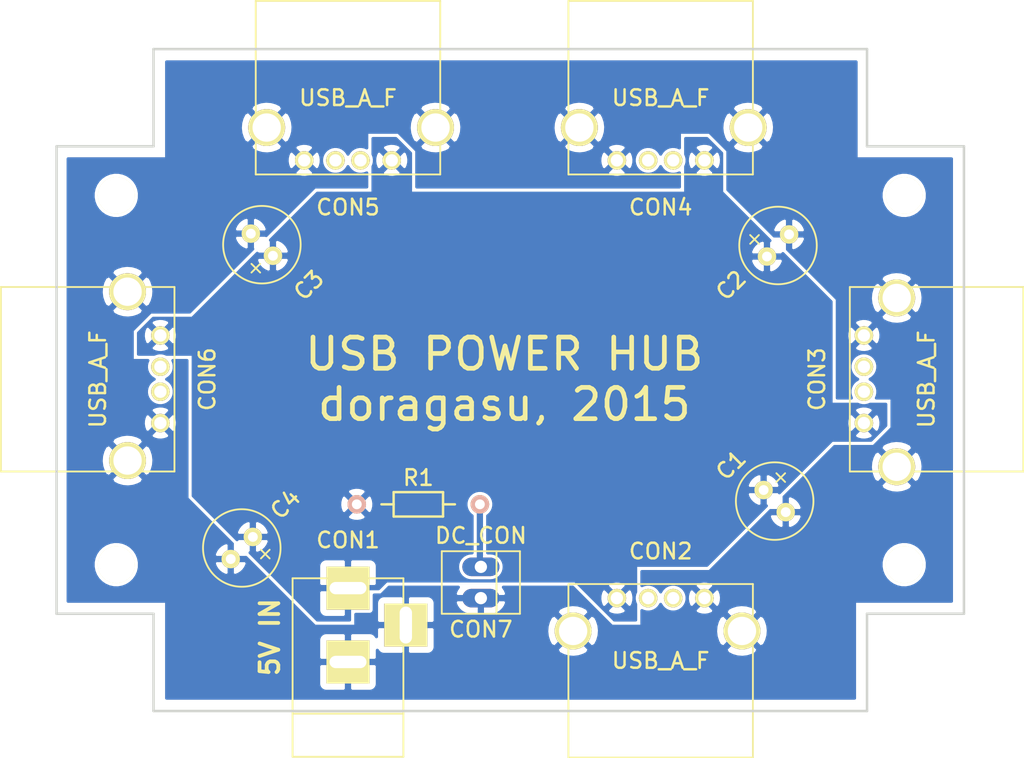
<source format=kicad_pcb>
(kicad_pcb (version 4) (host pcbnew "(2015-05-08 BZR 5647)-product")

  (general
    (links 32)
    (no_connects 0)
    (area 111.176999 67.996999 194.893001 130.123001)
    (thickness 1.6)
    (drawings 20)
    (tracks 2)
    (zones 0)
    (modules 16)
    (nets 14)
  )

  (page A4)
  (layers
    (0 F.Cu signal)
    (31 B.Cu signal)
    (32 B.Adhes user)
    (33 F.Adhes user)
    (34 B.Paste user)
    (35 F.Paste user)
    (36 B.SilkS user)
    (37 F.SilkS user)
    (38 B.Mask user)
    (39 F.Mask user)
    (40 Dwgs.User user)
    (41 Cmts.User user)
    (42 Eco1.User user)
    (43 Eco2.User user)
    (44 Edge.Cuts user)
    (45 Margin user)
    (46 B.CrtYd user)
    (47 F.CrtYd user)
    (48 B.Fab user)
    (49 F.Fab user)
  )

  (setup
    (last_trace_width 0.508)
    (trace_clearance 0.254)
    (zone_clearance 0.254)
    (zone_45_only no)
    (trace_min 0.2)
    (segment_width 0.2)
    (edge_width 0.2032)
    (via_size 0.6)
    (via_drill 0.4)
    (via_min_size 0.4)
    (via_min_drill 0.3)
    (uvia_size 0.3)
    (uvia_drill 0.1)
    (uvias_allowed no)
    (uvia_min_size 0)
    (uvia_min_drill 0)
    (pcb_text_width 0.3)
    (pcb_text_size 1.5 1.5)
    (mod_edge_width 0.15)
    (mod_text_size 1 1)
    (mod_text_width 0.15)
    (pad_size 1.50114 1.50114)
    (pad_drill 0.8001)
    (pad_to_mask_clearance 0)
    (aux_axis_origin 0 0)
    (visible_elements FFFFFF7F)
    (pcbplotparams
      (layerselection 0x01060_80000000)
      (usegerberextensions false)
      (excludeedgelayer true)
      (linewidth 0.100000)
      (plotframeref false)
      (viasonmask false)
      (mode 1)
      (useauxorigin false)
      (hpglpennumber 1)
      (hpglpenspeed 20)
      (hpglpendiameter 15)
      (hpglpenoverlay 2)
      (psnegative false)
      (psa4output false)
      (plotreference true)
      (plotvalue true)
      (plotinvisibletext false)
      (padsonsilk false)
      (subtractmaskfromsilk false)
      (outputformat 1)
      (mirror false)
      (drillshape 0)
      (scaleselection 1)
      (outputdirectory gerber/))
  )

  (net 0 "")
  (net 1 GND)
  (net 2 "Net-(CON2-Pad3)")
  (net 3 "Net-(CON2-Pad2)")
  (net 4 VCC)
  (net 5 "Net-(CON3-Pad3)")
  (net 6 "Net-(CON3-Pad2)")
  (net 7 "Net-(CON4-Pad3)")
  (net 8 "Net-(CON4-Pad2)")
  (net 9 "Net-(CON5-Pad3)")
  (net 10 "Net-(CON5-Pad2)")
  (net 11 "Net-(CON6-Pad3)")
  (net 12 "Net-(CON6-Pad2)")
  (net 13 "Net-(CON7-Pad1)")

  (net_class Default "This is the default net class."
    (clearance 0.254)
    (trace_width 0.508)
    (via_dia 0.6)
    (via_drill 0.4)
    (uvia_dia 0.3)
    (uvia_drill 0.1)
    (add_net GND)
    (add_net "Net-(CON2-Pad2)")
    (add_net "Net-(CON2-Pad3)")
    (add_net "Net-(CON3-Pad2)")
    (add_net "Net-(CON3-Pad3)")
    (add_net "Net-(CON4-Pad2)")
    (add_net "Net-(CON4-Pad3)")
    (add_net "Net-(CON5-Pad2)")
    (add_net "Net-(CON5-Pad3)")
    (add_net "Net-(CON6-Pad2)")
    (add_net "Net-(CON6-Pad3)")
    (add_net "Net-(CON7-Pad1)")
    (add_net VCC)
  )

  (module Mounting_Holes:MountingHole_3mm (layer F.Cu) (tedit 55574328) (tstamp 55571A62)
    (at 120.8786 84.1248)
    (descr "Mounting hole, Befestigungsbohrung, 3mm, No Annular, Kein Restring,")
    (tags "Mounting hole, Befestigungsbohrung, 3mm, No Annular, Kein Restring,")
    (fp_text reference MountingHole_3mm (at 0 -4.0005) (layer F.SilkS) hide
      (effects (font (size 1 1) (thickness 0.15)))
    )
    (fp_text value VAL** (at 1.00076 5.00126) (layer F.SilkS) hide
      (effects (font (size 1 1) (thickness 0.15)))
    )
    (fp_circle (center 0 0) (end 2.99974 0) (layer Cmts.User) (width 0.381))
    (pad "" np_thru_hole circle (at 0 0) (size 2.99974 2.99974) (drill 2.99974) (layers *.Cu *.Mask F.SilkS))
  )

  (module Mounting_Holes:MountingHole_3mm (layer F.Cu) (tedit 5557434C) (tstamp 55571A44)
    (at 184.8866 84.1248)
    (descr "Mounting hole, Befestigungsbohrung, 3mm, No Annular, Kein Restring,")
    (tags "Mounting hole, Befestigungsbohrung, 3mm, No Annular, Kein Restring,")
    (fp_text reference MountingHole_3mm (at 0 -4.0005) (layer F.SilkS) hide
      (effects (font (size 1 1) (thickness 0.15)))
    )
    (fp_text value VAL** (at 1.00076 5.00126) (layer F.SilkS) hide
      (effects (font (size 1 1) (thickness 0.15)))
    )
    (fp_circle (center 0 0) (end 2.99974 0) (layer Cmts.User) (width 0.381))
    (pad "" np_thru_hole circle (at 0 0) (size 2.99974 2.99974) (drill 2.99974) (layers *.Cu *.Mask F.SilkS))
  )

  (module Mounting_Holes:MountingHole_3mm (layer F.Cu) (tedit 55574351) (tstamp 55571A30)
    (at 184.8866 114.1222)
    (descr "Mounting hole, Befestigungsbohrung, 3mm, No Annular, Kein Restring,")
    (tags "Mounting hole, Befestigungsbohrung, 3mm, No Annular, Kein Restring,")
    (fp_text reference MountingHole_3mm (at 0 -4.0005) (layer F.SilkS) hide
      (effects (font (size 1 1) (thickness 0.15)))
    )
    (fp_text value VAL** (at 1.00076 5.00126) (layer F.SilkS) hide
      (effects (font (size 1 1) (thickness 0.15)))
    )
    (fp_circle (center 0 0) (end 2.99974 0) (layer Cmts.User) (width 0.381))
    (pad "" np_thru_hole circle (at 0 0) (size 2.99974 2.99974) (drill 2.99974) (layers *.Cu *.Mask F.SilkS))
  )

  (module Connect:BARREL_JACK (layer F.Cu) (tedit 555710ED) (tstamp 55574CF4)
    (at 139.7 122.22734 90)
    (descr "DC Barrel Jack")
    (tags "Power Jack")
    (path /55571897)
    (fp_text reference CON1 (at 10.09904 0 180) (layer F.SilkS)
      (effects (font (size 1.27 1.27) (thickness 0.2032)))
    )
    (fp_text value BARREL_JACK (at 0 -5.99948 90) (layer F.SilkS) hide
      (effects (font (size 1 1) (thickness 0.15)))
    )
    (fp_line (start -4.0005 -4.50088) (end -4.0005 4.50088) (layer F.SilkS) (width 0.15))
    (fp_line (start -7.50062 -4.50088) (end -7.50062 4.50088) (layer F.SilkS) (width 0.15))
    (fp_line (start -7.50062 4.50088) (end 7.00024 4.50088) (layer F.SilkS) (width 0.15))
    (fp_line (start 7.00024 4.50088) (end 7.00024 -4.50088) (layer F.SilkS) (width 0.15))
    (fp_line (start 7.00024 -4.50088) (end -7.50062 -4.50088) (layer F.SilkS) (width 0.15))
    (pad 1 thru_hole rect (at 6.20014 0 90) (size 3.50012 3.50012) (drill oval 1.00076 2.99974) (layers *.Cu *.Mask F.SilkS)
      (net 4 VCC))
    (pad 2 thru_hole rect (at 0.20066 0 90) (size 3.50012 3.50012) (drill oval 1.00076 2.99974) (layers *.Cu *.Mask F.SilkS)
      (net 1 GND))
    (pad 3 thru_hole rect (at 3.2004 4.699 90) (size 3.50012 3.50012) (drill oval 2.99974 1.00076) (layers *.Cu *.Mask F.SilkS)
      (net 1 GND))
  )

  (module Connect:USB_A (layer F.Cu) (tedit 55571382) (tstamp 55574D02)
    (at 165.1 116.84 270)
    (path /5556FE7F)
    (fp_text reference CON2 (at -3.81 0 360) (layer F.SilkS)
      (effects (font (size 1.27 1.27) (thickness 0.2032)))
    )
    (fp_text value USB_A_F (at 5.08 0 360) (layer F.SilkS)
      (effects (font (size 1.27 1.27) (thickness 0.2032)))
    )
    (fp_line (start -1.143 -7.493) (end 12.954 -7.493) (layer F.SilkS) (width 0.15))
    (fp_line (start 12.954 7.493) (end -1.143 7.493) (layer F.SilkS) (width 0.15))
    (fp_line (start -1.143 -7.493) (end -1.143 7.493) (layer F.SilkS) (width 0.15))
    (fp_line (start 12.954 -7.493) (end 12.954 7.493) (layer F.SilkS) (width 0.15))
    (pad 4 thru_hole circle (at 0 -3.556 270) (size 1.50114 1.50114) (drill 1.00076) (layers *.Cu *.Mask F.SilkS)
      (net 1 GND))
    (pad 3 thru_hole circle (at 0 -1.016 270) (size 1.50114 1.50114) (drill 1.00076) (layers *.Cu *.Mask F.SilkS)
      (net 2 "Net-(CON2-Pad3)"))
    (pad 2 thru_hole circle (at 0 1.016 270) (size 1.50114 1.50114) (drill 1.00076) (layers *.Cu *.Mask F.SilkS)
      (net 3 "Net-(CON2-Pad2)"))
    (pad 1 thru_hole circle (at 0 3.556 270) (size 1.50114 1.50114) (drill 1.00076) (layers *.Cu *.Mask F.SilkS)
      (net 4 VCC))
    (pad 5 thru_hole circle (at 2.667 -6.604 270) (size 2.99974 2.99974) (drill 2.30124) (layers *.Cu *.Mask F.SilkS)
      (net 1 GND))
    (pad 6 thru_hole circle (at 2.667 7.112 270) (size 2.99974 2.99974) (drill 2.30124) (layers *.Cu *.Mask F.SilkS)
      (net 1 GND))
    (model Connect/USB_A.wrl
      (at (xyz 0 0 0))
      (scale (xyz 1 1 1))
      (rotate (xyz 0 0 0))
    )
  )

  (module Connect:USB_A (layer F.Cu) (tedit 555710D8) (tstamp 55574D10)
    (at 124.46 99.06 180)
    (path /55570049)
    (fp_text reference CON6 (at -3.81 0 450) (layer F.SilkS)
      (effects (font (size 1.27 1.27) (thickness 0.2032)))
    )
    (fp_text value USB_A_F (at 5.08 0 270) (layer F.SilkS)
      (effects (font (size 1.27 1.27) (thickness 0.2032)))
    )
    (fp_line (start -1.143 -7.493) (end 12.954 -7.493) (layer F.SilkS) (width 0.15))
    (fp_line (start 12.954 7.493) (end -1.143 7.493) (layer F.SilkS) (width 0.15))
    (fp_line (start -1.143 -7.493) (end -1.143 7.493) (layer F.SilkS) (width 0.15))
    (fp_line (start 12.954 -7.493) (end 12.954 7.493) (layer F.SilkS) (width 0.15))
    (pad 4 thru_hole circle (at 0 -3.556 180) (size 1.50114 1.50114) (drill 1.00076) (layers *.Cu *.Mask F.SilkS)
      (net 1 GND))
    (pad 3 thru_hole circle (at 0 -1.016 180) (size 1.50114 1.50114) (drill 1.00076) (layers *.Cu *.Mask F.SilkS)
      (net 11 "Net-(CON6-Pad3)"))
    (pad 2 thru_hole circle (at 0 1.016 180) (size 1.50114 1.50114) (drill 1.00076) (layers *.Cu *.Mask F.SilkS)
      (net 12 "Net-(CON6-Pad2)"))
    (pad 1 thru_hole circle (at 0 3.556 180) (size 1.50114 1.50114) (drill 1.00076) (layers *.Cu *.Mask F.SilkS)
      (net 4 VCC))
    (pad 5 thru_hole circle (at 2.667 -6.604 180) (size 2.99974 2.99974) (drill 2.30124) (layers *.Cu *.Mask F.SilkS)
      (net 1 GND))
    (pad 6 thru_hole circle (at 2.667 7.112 180) (size 2.99974 2.99974) (drill 2.30124) (layers *.Cu *.Mask F.SilkS)
      (net 1 GND))
    (model Connect/USB_A.wrl
      (at (xyz 0 0 0))
      (scale (xyz 1 1 1))
      (rotate (xyz 0 0 0))
    )
  )

  (module Connect:USB_A (layer F.Cu) (tedit 55571087) (tstamp 55574D1E)
    (at 165.1 81.28 90)
    (path /5556FFB4)
    (fp_text reference CON4 (at -3.81 0 180) (layer F.SilkS)
      (effects (font (size 1.27 1.27) (thickness 0.2032)))
    )
    (fp_text value USB_A_F (at 5.08 0 180) (layer F.SilkS)
      (effects (font (size 1.27 1.27) (thickness 0.2032)))
    )
    (fp_line (start -1.143 -7.493) (end 12.954 -7.493) (layer F.SilkS) (width 0.15))
    (fp_line (start 12.954 7.493) (end -1.143 7.493) (layer F.SilkS) (width 0.15))
    (fp_line (start -1.143 -7.493) (end -1.143 7.493) (layer F.SilkS) (width 0.15))
    (fp_line (start 12.954 -7.493) (end 12.954 7.493) (layer F.SilkS) (width 0.15))
    (pad 4 thru_hole circle (at 0 -3.556 90) (size 1.50114 1.50114) (drill 1.00076) (layers *.Cu *.Mask F.SilkS)
      (net 1 GND))
    (pad 3 thru_hole circle (at 0 -1.016 90) (size 1.50114 1.50114) (drill 1.00076) (layers *.Cu *.Mask F.SilkS)
      (net 7 "Net-(CON4-Pad3)"))
    (pad 2 thru_hole circle (at 0 1.016 90) (size 1.50114 1.50114) (drill 1.00076) (layers *.Cu *.Mask F.SilkS)
      (net 8 "Net-(CON4-Pad2)"))
    (pad 1 thru_hole circle (at 0 3.556 90) (size 1.50114 1.50114) (drill 1.00076) (layers *.Cu *.Mask F.SilkS)
      (net 4 VCC))
    (pad 5 thru_hole circle (at 2.667 -6.604 90) (size 2.99974 2.99974) (drill 2.30124) (layers *.Cu *.Mask F.SilkS)
      (net 1 GND))
    (pad 6 thru_hole circle (at 2.667 7.112 90) (size 2.99974 2.99974) (drill 2.30124) (layers *.Cu *.Mask F.SilkS)
      (net 1 GND))
    (model Connect/USB_A.wrl
      (at (xyz 0 0 0))
      (scale (xyz 1 1 1))
      (rotate (xyz 0 0 0))
    )
  )

  (module Connect:USB_A (layer F.Cu) (tedit 555710AE) (tstamp 55574D2C)
    (at 139.7 81.28 90)
    (path /5556FFF9)
    (fp_text reference CON5 (at -3.81 0 180) (layer F.SilkS)
      (effects (font (size 1.27 1.27) (thickness 0.2032)))
    )
    (fp_text value USB_A_F (at 5.08 0 180) (layer F.SilkS)
      (effects (font (size 1.27 1.27) (thickness 0.2032)))
    )
    (fp_line (start -1.143 -7.493) (end 12.954 -7.493) (layer F.SilkS) (width 0.15))
    (fp_line (start 12.954 7.493) (end -1.143 7.493) (layer F.SilkS) (width 0.15))
    (fp_line (start -1.143 -7.493) (end -1.143 7.493) (layer F.SilkS) (width 0.15))
    (fp_line (start 12.954 -7.493) (end 12.954 7.493) (layer F.SilkS) (width 0.15))
    (pad 4 thru_hole circle (at 0 -3.556 90) (size 1.50114 1.50114) (drill 1.00076) (layers *.Cu *.Mask F.SilkS)
      (net 1 GND))
    (pad 3 thru_hole circle (at 0 -1.016 90) (size 1.50114 1.50114) (drill 1.00076) (layers *.Cu *.Mask F.SilkS)
      (net 9 "Net-(CON5-Pad3)"))
    (pad 2 thru_hole circle (at 0 1.016 90) (size 1.50114 1.50114) (drill 1.00076) (layers *.Cu *.Mask F.SilkS)
      (net 10 "Net-(CON5-Pad2)"))
    (pad 1 thru_hole circle (at 0 3.556 90) (size 1.50114 1.50114) (drill 1.00076) (layers *.Cu *.Mask F.SilkS)
      (net 4 VCC))
    (pad 5 thru_hole circle (at 2.667 -6.604 90) (size 2.99974 2.99974) (drill 2.30124) (layers *.Cu *.Mask F.SilkS)
      (net 1 GND))
    (pad 6 thru_hole circle (at 2.667 7.112 90) (size 2.99974 2.99974) (drill 2.30124) (layers *.Cu *.Mask F.SilkS)
      (net 1 GND))
    (model Connect/USB_A.wrl
      (at (xyz 0 0 0))
      (scale (xyz 1 1 1))
      (rotate (xyz 0 0 0))
    )
  )

  (module Connect:USB_A (layer F.Cu) (tedit 55571069) (tstamp 55574D3A)
    (at 181.61 99.06)
    (path /5556FF7A)
    (fp_text reference CON3 (at -3.81 0 90) (layer F.SilkS)
      (effects (font (size 1.27 1.27) (thickness 0.2032)))
    )
    (fp_text value USB_A_F (at 5.08 0 90) (layer F.SilkS)
      (effects (font (size 1.27 1.27) (thickness 0.2032)))
    )
    (fp_line (start -1.143 -7.493) (end 12.954 -7.493) (layer F.SilkS) (width 0.15))
    (fp_line (start 12.954 7.493) (end -1.143 7.493) (layer F.SilkS) (width 0.15))
    (fp_line (start -1.143 -7.493) (end -1.143 7.493) (layer F.SilkS) (width 0.15))
    (fp_line (start 12.954 -7.493) (end 12.954 7.493) (layer F.SilkS) (width 0.15))
    (pad 4 thru_hole circle (at 0 -3.556) (size 1.50114 1.50114) (drill 1.00076) (layers *.Cu *.Mask F.SilkS)
      (net 1 GND))
    (pad 3 thru_hole circle (at 0 -1.016) (size 1.50114 1.50114) (drill 1.00076) (layers *.Cu *.Mask F.SilkS)
      (net 5 "Net-(CON3-Pad3)"))
    (pad 2 thru_hole circle (at 0 1.016) (size 1.50114 1.50114) (drill 1.00076) (layers *.Cu *.Mask F.SilkS)
      (net 6 "Net-(CON3-Pad2)"))
    (pad 1 thru_hole circle (at 0 3.556) (size 1.50114 1.50114) (drill 1.00076) (layers *.Cu *.Mask F.SilkS)
      (net 4 VCC))
    (pad 5 thru_hole circle (at 2.667 -6.604) (size 2.99974 2.99974) (drill 2.30124) (layers *.Cu *.Mask F.SilkS)
      (net 1 GND))
    (pad 6 thru_hole circle (at 2.667 7.112) (size 2.99974 2.99974) (drill 2.30124) (layers *.Cu *.Mask F.SilkS)
      (net 1 GND))
    (model Connect/USB_A.wrl
      (at (xyz 0 0 0))
      (scale (xyz 1 1 1))
      (rotate (xyz 0 0 0))
    )
  )

  (module Connect:PINHEAD1-2 (layer F.Cu) (tedit 5557147D) (tstamp 55574D45)
    (at 150.495 115.57 270)
    (path /5557252B)
    (attr virtual)
    (fp_text reference CON7 (at 3.81 0 360) (layer F.SilkS)
      (effects (font (size 1.27 1.27) (thickness 0.2032)))
    )
    (fp_text value DC_CON (at -3.81 0 360) (layer F.SilkS)
      (effects (font (size 1.27 1.27) (thickness 0.2032)))
    )
    (fp_line (start 2.54 -1.27) (end -2.54 -1.27) (layer F.SilkS) (width 0.15))
    (fp_line (start 2.54 3.175) (end -2.54 3.175) (layer F.SilkS) (width 0.15))
    (fp_line (start -2.54 -3.175) (end 2.54 -3.175) (layer F.SilkS) (width 0.15))
    (fp_line (start -2.54 -3.175) (end -2.54 3.175) (layer F.SilkS) (width 0.15))
    (fp_line (start 2.54 -3.175) (end 2.54 3.175) (layer F.SilkS) (width 0.15))
    (pad 1 thru_hole oval (at -1.27 0 270) (size 1.50622 3.01498) (drill 0.99822) (layers *.Cu *.Mask)
      (net 13 "Net-(CON7-Pad1)"))
    (pad 2 thru_hole oval (at 1.27 0 270) (size 1.50622 3.01498) (drill 0.99822) (layers *.Cu *.Mask)
      (net 1 GND))
  )

  (module Resistors_ThroughHole:Resistor_Horizontal_RM10mm (layer F.Cu) (tedit 55574AE6) (tstamp 55577362)
    (at 145.415 109.22)
    (descr "Resistor, Axial,  RM 10mm, 1/3W,")
    (tags "Resistor, Axial, RM 10mm, 1/3W,")
    (path /55572494)
    (fp_text reference R1 (at 0 -2.159) (layer F.SilkS)
      (effects (font (size 1.27 1.27) (thickness 0.2032)))
    )
    (fp_text value 330 (at 3 3) (layer F.SilkS) hide
      (effects (font (size 1 1) (thickness 0.15)))
    )
    (fp_line (start -2 -1) (end 2 -1) (layer F.SilkS) (width 0))
    (fp_line (start 2 -1) (end 2 1) (layer F.SilkS) (width 0))
    (fp_line (start 2 1) (end -2 1) (layer F.SilkS) (width 0))
    (fp_line (start -2 1) (end -2 -1) (layer F.SilkS) (width 0))
    (fp_line (start -2 0) (end -3 0) (layer F.SilkS) (width 0))
    (fp_line (start 2 0) (end 3 0) (layer F.SilkS) (width 0))
    (pad 1 thru_hole circle (at -5 0) (size 1.50114 1.50114) (drill 0.8001) (layers *.Cu *.SilkS *.Mask)
      (net 4 VCC))
    (pad 2 thru_hole circle (at 5 0) (size 1.50114 1.50114) (drill 0.8001) (layers *.Cu *.SilkS *.Mask)
      (net 13 "Net-(CON7-Pad1)"))
    (model Resistors_ThroughHole/Resistor_Horizontal_RM10mm.wrl
      (at (xyz 0 0 0))
      (scale (xyz 0 0 0))
      (rotate (xyz 0 0 0))
    )
  )

  (module Mounting_Holes:MountingHole_3mm (layer F.Cu) (tedit 55574344) (tstamp 55571A06)
    (at 120.8786 114.1222)
    (descr "Mounting hole, Befestigungsbohrung, 3mm, No Annular, Kein Restring,")
    (tags "Mounting hole, Befestigungsbohrung, 3mm, No Annular, Kein Restring,")
    (fp_text reference MountingHole_3mm (at 0 -4.0005) (layer F.SilkS) hide
      (effects (font (size 1 1) (thickness 0.15)))
    )
    (fp_text value VAL** (at 1.00076 5.00126) (layer F.SilkS) hide
      (effects (font (size 1 1) (thickness 0.15)))
    )
    (fp_circle (center 0 0) (end 2.99974 0) (layer Cmts.User) (width 0.381))
    (pad "" np_thru_hole circle (at 0 0) (size 2.99974 2.99974) (drill 2.99974) (layers *.Cu *.Mask F.SilkS))
  )

  (module Capacitors_Elko_ThroughHole:Elko_vert_11.2x6.3mm_RM2.5_CopperClear (layer F.Cu) (tedit 55574A1D) (tstamp 555A9F5E)
    (at 173.463949 108.058949 315)
    (descr "Electrolytic Capacitor, vertical, diameter 6,3mm, RM 2,5mm, CopperClear, radial,")
    (tags "Electrolytic Capacitor, vertical, diameter 6,3mm, RM 2,5mm, Elko, Electrolytkondensator, Kondensator gepolt, Durchmesser 6,3mm, CopperClear, radial,")
    (path /555745E2)
    (fp_text reference C1 (at -3.297167 0.449013 405) (layer F.SilkS)
      (effects (font (size 1.27 1.27) (thickness 0.2032)))
    )
    (fp_text value 100u (at 1.27 5.08 315) (layer F.SilkS) hide
      (effects (font (size 1 1) (thickness 0.15)))
    )
    (fp_line (start 0.26924 -1.69926) (end 0.76962 -1.69926) (layer F.SilkS) (width 0.15))
    (fp_line (start 0.26924 -1.69926) (end 0.26924 -2.19964) (layer F.SilkS) (width 0.15))
    (fp_line (start -0.23114 -1.69926) (end 0.26924 -1.69926) (layer F.SilkS) (width 0.15))
    (fp_line (start 0.26924 -1.69926) (end 0.26924 -1.30048) (layer F.SilkS) (width 0.15))
    (fp_line (start 0.26924 -1.30048) (end 0.26924 -1.19888) (layer F.SilkS) (width 0.15))
    (fp_circle (center 1.27 0) (end 4.4196 0) (layer F.SilkS) (width 0.15))
    (pad 2 thru_hole circle (at 2.54 0 315) (size 1.50114 1.50114) (drill 0.8001) (layers *.Cu *.Mask F.SilkS)
      (net 1 GND))
    (pad 1 thru_hole circle (at 0 0 315) (size 1.50114 1.50114) (drill 0.8001) (layers *.Cu *.Mask F.SilkS)
      (net 4 VCC))
    (model Capacitors_Elko_ThroughHole/Elko_vert_11.2x6.3mm_RM2.5_CopperClear.wrl
      (at (xyz 0 0 0))
      (scale (xyz 1 1 1))
      (rotate (xyz 0 0 0))
    )
  )

  (module Capacitors_Elko_ThroughHole:Elko_vert_11.2x6.3mm_RM2.5_CopperClear (layer F.Cu) (tedit 555749F9) (tstamp 555A9F6A)
    (at 173.736 89.0905 45)
    (descr "Electrolytic Capacitor, vertical, diameter 6,3mm, RM 2,5mm, CopperClear, radial,")
    (tags "Electrolytic Capacitor, vertical, diameter 6,3mm, RM 2,5mm, Elko, Electrolytkondensator, Kondensator gepolt, Durchmesser 6,3mm, CopperClear, radial,")
    (path /55574747)
    (fp_text reference C2 (at -3.726806 -0.404112 45) (layer F.SilkS)
      (effects (font (size 1.27 1.27) (thickness 0.2032)))
    )
    (fp_text value 100u (at 1.27 5.08 45) (layer F.SilkS) hide
      (effects (font (size 1 1) (thickness 0.15)))
    )
    (fp_line (start 0.26924 -1.69926) (end 0.76962 -1.69926) (layer F.SilkS) (width 0.15))
    (fp_line (start 0.26924 -1.69926) (end 0.26924 -2.19964) (layer F.SilkS) (width 0.15))
    (fp_line (start -0.23114 -1.69926) (end 0.26924 -1.69926) (layer F.SilkS) (width 0.15))
    (fp_line (start 0.26924 -1.69926) (end 0.26924 -1.30048) (layer F.SilkS) (width 0.15))
    (fp_line (start 0.26924 -1.30048) (end 0.26924 -1.19888) (layer F.SilkS) (width 0.15))
    (fp_circle (center 1.27 0) (end 4.4196 0) (layer F.SilkS) (width 0.15))
    (pad 2 thru_hole circle (at 2.54 0 45) (size 1.50114 1.50114) (drill 0.8001) (layers *.Cu *.Mask F.SilkS)
      (net 1 GND))
    (pad 1 thru_hole circle (at 0 0 45) (size 1.50114 1.50114) (drill 0.8001) (layers *.Cu *.Mask F.SilkS)
      (net 4 VCC))
    (model Capacitors_Elko_ThroughHole/Elko_vert_11.2x6.3mm_RM2.5_CopperClear.wrl
      (at (xyz 0 0 0))
      (scale (xyz 1 1 1))
      (rotate (xyz 0 0 0))
    )
  )

  (module Capacitors_Elko_ThroughHole:Elko_vert_11.2x6.3mm_RM2.5_CopperClear (layer F.Cu) (tedit 55574A04) (tstamp 555A9F76)
    (at 131.971051 111.868949 225)
    (descr "Electrolytic Capacitor, vertical, diameter 6,3mm, RM 2,5mm, CopperClear, radial,")
    (tags "Electrolytic Capacitor, vertical, diameter 6,3mm, RM 2,5mm, Elko, Electrolytkondensator, Kondensator gepolt, Durchmesser 6,3mm, CopperClear, radial,")
    (path /5557477B)
    (fp_text reference C3 (at -17.665577 11.22532 225) (layer F.SilkS)
      (effects (font (size 1.27 1.27) (thickness 0.2032)))
    )
    (fp_text value 100u (at 1.27 5.08 225) (layer F.SilkS) hide
      (effects (font (size 1 1) (thickness 0.15)))
    )
    (fp_line (start 0.26924 -1.69926) (end 0.76962 -1.69926) (layer F.SilkS) (width 0.15))
    (fp_line (start 0.26924 -1.69926) (end 0.26924 -2.19964) (layer F.SilkS) (width 0.15))
    (fp_line (start -0.23114 -1.69926) (end 0.26924 -1.69926) (layer F.SilkS) (width 0.15))
    (fp_line (start 0.26924 -1.69926) (end 0.26924 -1.30048) (layer F.SilkS) (width 0.15))
    (fp_line (start 0.26924 -1.30048) (end 0.26924 -1.19888) (layer F.SilkS) (width 0.15))
    (fp_circle (center 1.27 0) (end 4.4196 0) (layer F.SilkS) (width 0.15))
    (pad 2 thru_hole circle (at 2.54 0 225) (size 1.50114 1.50114) (drill 0.8001) (layers *.Cu *.Mask F.SilkS)
      (net 1 GND))
    (pad 1 thru_hole circle (at 0 0 225) (size 1.50114 1.50114) (drill 0.8001) (layers *.Cu *.Mask F.SilkS)
      (net 4 VCC))
    (model Capacitors_Elko_ThroughHole/Elko_vert_11.2x6.3mm_RM2.5_CopperClear.wrl
      (at (xyz 0 0 0))
      (scale (xyz 1 1 1))
      (rotate (xyz 0 0 0))
    )
  )

  (module Capacitors_Elko_ThroughHole:Elko_vert_11.2x6.3mm_RM2.5_CopperClear (layer F.Cu) (tedit 555749ED) (tstamp 555A9F82)
    (at 133.604 89.027 135)
    (descr "Electrolytic Capacitor, vertical, diameter 6,3mm, RM 2,5mm, CopperClear, radial,")
    (tags "Electrolytic Capacitor, vertical, diameter 6,3mm, RM 2,5mm, Elko, Electrolytkondensator, Kondensator gepolt, Durchmesser 6,3mm, CopperClear, radial,")
    (path /555747AD)
    (fp_text reference C4 (at -14.997028 -13.560187 225) (layer F.SilkS)
      (effects (font (size 1.27 1.27) (thickness 0.2032)))
    )
    (fp_text value 100u (at 1.27 5.08 135) (layer F.SilkS) hide
      (effects (font (size 1 1) (thickness 0.15)))
    )
    (fp_line (start 0.26924 -1.69926) (end 0.76962 -1.69926) (layer F.SilkS) (width 0.15))
    (fp_line (start 0.26924 -1.69926) (end 0.26924 -2.19964) (layer F.SilkS) (width 0.15))
    (fp_line (start -0.23114 -1.69926) (end 0.26924 -1.69926) (layer F.SilkS) (width 0.15))
    (fp_line (start 0.26924 -1.69926) (end 0.26924 -1.30048) (layer F.SilkS) (width 0.15))
    (fp_line (start 0.26924 -1.30048) (end 0.26924 -1.19888) (layer F.SilkS) (width 0.15))
    (fp_circle (center 1.27 0) (end 4.4196 0) (layer F.SilkS) (width 0.15))
    (pad 2 thru_hole circle (at 2.54 0 135) (size 1.50114 1.50114) (drill 0.8001) (layers *.Cu *.Mask F.SilkS)
      (net 1 GND))
    (pad 1 thru_hole circle (at 0 0 135) (size 1.50114 1.50114) (drill 0.8001) (layers *.Cu *.Mask F.SilkS)
      (net 4 VCC))
    (model Capacitors_Elko_ThroughHole/Elko_vert_11.2x6.3mm_RM2.5_CopperClear.wrl
      (at (xyz 0 0 0))
      (scale (xyz 1 1 1))
      (rotate (xyz 0 0 0))
    )
  )

  (gr_line (start 147.4216 109.22) (end 148.3868 109.22) (angle 90) (layer F.SilkS) (width 0.2))
  (gr_line (start 143.4084 109.22) (end 142.4178 109.22) (angle 90) (layer F.SilkS) (width 0.2))
  (gr_line (start 143.4084 110.2106) (end 143.4084 108.2294) (angle 90) (layer F.SilkS) (width 0.2))
  (gr_line (start 147.4216 110.2106) (end 143.4084 110.2106) (angle 90) (layer F.SilkS) (width 0.2))
  (gr_line (start 147.4216 108.2294) (end 147.4216 110.2106) (angle 90) (layer F.SilkS) (width 0.2))
  (gr_line (start 143.4084 108.2294) (end 147.4216 108.2294) (angle 90) (layer F.SilkS) (width 0.2))
  (gr_text "USB POWER HUB\ndoragasu, 2015" (at 152.4 99.06) (layer F.SilkS)
    (effects (font (size 2.54 2.54) (thickness 0.381)))
  )
  (gr_text "5V IN" (at 133.35 120.015 90) (layer F.SilkS)
    (effects (font (thickness 0.3048)))
  )
  (gr_line (start 123.9012 118.11) (end 123.9012 126.0094) (layer Edge.Cuts) (width 0.2032))
  (gr_line (start 116.0272 118.11) (end 123.9012 118.11) (layer Edge.Cuts) (width 0.2032))
  (gr_line (start 116.0272 80.137) (end 116.0272 118.11) (layer Edge.Cuts) (width 0.2032))
  (gr_line (start 123.9012 80.137) (end 116.0272 80.137) (layer Edge.Cuts) (width 0.2032))
  (gr_line (start 123.9012 72.2376) (end 123.9012 80.137) (layer Edge.Cuts) (width 0.2032))
  (gr_line (start 181.864 72.2376) (end 123.9012 72.2376) (layer Edge.Cuts) (width 0.2032))
  (gr_line (start 181.864 80.137) (end 181.864 72.2376) (layer Edge.Cuts) (width 0.2032))
  (gr_line (start 189.738 80.137) (end 181.864 80.137) (layer Edge.Cuts) (width 0.2032))
  (gr_line (start 189.738 118.11) (end 189.738 80.137) (layer Edge.Cuts) (width 0.2032))
  (gr_line (start 181.864 118.11) (end 189.738 118.11) (layer Edge.Cuts) (width 0.2032))
  (gr_line (start 181.864 126.0094) (end 181.864 118.11) (layer Edge.Cuts) (width 0.2032))
  (gr_line (start 123.9012 126.0094) (end 181.864 126.0094) (layer Edge.Cuts) (width 0.2032))

  (segment (start 150.415 109.22) (end 150.415 114.22) (width 0.508) (layer B.Cu) (net 13))
  (segment (start 150.415 114.22) (end 150.495 114.3) (width 0.508) (layer B.Cu) (net 13))

  (zone (net 1) (net_name GND) (layer B.Cu) (tstamp 5557737C) (hatch edge 0.508)
    (connect_pads (clearance 0.254))
    (min_thickness 0.254)
    (fill yes (arc_segments 32) (thermal_gap 0.508) (thermal_bridge_width 0.508))
    (polygon
      (pts
        (xy 124.841 125.095) (xy 180.975 125.095) (xy 180.975 117.221) (xy 188.849 117.221) (xy 188.849 81.026)
        (xy 181.102 81.026) (xy 181.102 73.152) (xy 124.841 73.152) (xy 124.841 81.026) (xy 116.84 81.026)
        (xy 116.84 117.221) (xy 124.841 117.221)
      )
    )
    (filled_polygon
      (pts
        (xy 188.722 117.094) (xy 186.767551 117.094) (xy 186.767551 113.937771) (xy 186.767551 83.940371) (xy 186.695906 83.578538)
        (xy 186.555345 83.237512) (xy 186.351223 82.930283) (xy 186.091313 82.668552) (xy 185.785516 82.46229) (xy 185.44548 82.319352)
        (xy 185.084156 82.245182) (xy 184.715307 82.242607) (xy 184.352983 82.311724) (xy 184.010984 82.449901) (xy 183.702337 82.651874)
        (xy 183.438798 82.90995) (xy 183.230406 83.2143) (xy 183.085097 83.55333) (xy 183.008407 83.914127) (xy 183.003257 84.282949)
        (xy 183.069843 84.645747) (xy 183.205629 84.988702) (xy 183.405442 85.298751) (xy 183.661672 85.564085) (xy 183.964559 85.774597)
        (xy 184.302567 85.922269) (xy 184.66282 86.001476) (xy 185.031597 86.009201) (xy 185.394851 85.945149) (xy 185.738745 85.811761)
        (xy 186.050182 85.614117) (xy 186.317299 85.359746) (xy 186.52992 85.058336) (xy 186.679948 84.721368) (xy 186.761668 84.361676)
        (xy 186.767551 83.940371) (xy 186.767551 113.937771) (xy 186.695906 113.575938) (xy 186.555345 113.234912) (xy 186.421772 113.033868)
        (xy 186.421772 106.129171) (xy 186.421772 92.413171) (xy 186.372205 91.995569) (xy 186.242121 91.595661) (xy 186.084108 91.30004)
        (xy 185.768561 91.144044) (xy 185.588956 91.323649) (xy 185.588956 90.964439) (xy 185.43296 90.648892) (xy 185.0582 90.458099)
        (xy 184.653418 90.344083) (xy 184.234171 90.311228) (xy 183.816569 90.360795) (xy 183.416661 90.490879) (xy 183.12104 90.648892)
        (xy 182.965044 90.964439) (xy 184.277 92.276395) (xy 185.588956 90.964439) (xy 185.588956 91.323649) (xy 184.456605 92.456)
        (xy 185.768561 93.767956) (xy 186.084108 93.61196) (xy 186.274901 93.2372) (xy 186.388917 92.832418) (xy 186.421772 92.413171)
        (xy 186.421772 106.129171) (xy 186.372205 105.711569) (xy 186.242121 105.311661) (xy 186.084108 105.01604) (xy 185.768561 104.860044)
        (xy 185.588956 105.039649) (xy 185.588956 104.680439) (xy 185.588956 93.947561) (xy 184.277 92.635605) (xy 184.097395 92.81521)
        (xy 184.097395 92.456) (xy 182.785439 91.144044) (xy 182.469892 91.30004) (xy 182.279099 91.6748) (xy 182.165083 92.079582)
        (xy 182.132228 92.498829) (xy 182.181795 92.916431) (xy 182.311879 93.316339) (xy 182.469892 93.61196) (xy 182.785439 93.767956)
        (xy 184.097395 92.456) (xy 184.097395 92.81521) (xy 182.965044 93.947561) (xy 183.12104 94.263108) (xy 183.4958 94.453901)
        (xy 183.900582 94.567917) (xy 184.319829 94.600772) (xy 184.737431 94.551205) (xy 185.137339 94.421121) (xy 185.43296 94.263108)
        (xy 185.588956 93.947561) (xy 185.588956 104.680439) (xy 185.43296 104.364892) (xy 185.0582 104.174099) (xy 184.653418 104.060083)
        (xy 184.234171 104.027228) (xy 183.896 104.067366) (xy 183.896 103.027815) (xy 183.896 100.584) (xy 183.000387 100.584)
        (xy 183.000387 95.43153) (xy 182.959533 95.161671) (xy 182.866817 94.904968) (xy 182.806326 94.791799) (xy 182.567401 94.726204)
        (xy 182.387796 94.905809) (xy 182.387796 94.546599) (xy 182.322201 94.307674) (xy 182.075125 94.191717) (xy 181.810173 94.126191)
        (xy 181.53753 94.113613) (xy 181.267671 94.154467) (xy 181.010968 94.247183) (xy 180.897799 94.307674) (xy 180.832204 94.546599)
        (xy 181.61 95.324395) (xy 182.387796 94.546599) (xy 182.387796 94.905809) (xy 181.789605 95.504) (xy 182.567401 96.281796)
        (xy 182.806326 96.216201) (xy 182.922283 95.969125) (xy 182.987809 95.704173) (xy 183.000387 95.43153) (xy 183.000387 100.584)
        (xy 182.88 100.584) (xy 182.622534 100.584) (xy 182.688915 100.434907) (xy 182.738079 100.21851) (xy 182.741618 99.965044)
        (xy 182.698515 99.747358) (xy 182.613951 99.54219) (xy 182.491147 99.357354) (xy 182.33478 99.199892) (xy 182.150806 99.0758)
        (xy 182.116405 99.061339) (xy 182.122668 99.05891) (xy 182.310035 98.940004) (xy 182.470737 98.786969) (xy 182.598655 98.605634)
        (xy 182.688915 98.402907) (xy 182.738079 98.18651) (xy 182.741618 97.933044) (xy 182.698515 97.715358) (xy 182.613951 97.51019)
        (xy 182.491147 97.325354) (xy 182.387796 97.221279) (xy 182.387796 96.461401) (xy 181.61 95.683605) (xy 181.430395 95.86321)
        (xy 181.430395 95.504) (xy 180.652599 94.726204) (xy 180.413674 94.791799) (xy 180.297717 95.038875) (xy 180.232191 95.303827)
        (xy 180.219613 95.57647) (xy 180.260467 95.846329) (xy 180.353183 96.103032) (xy 180.413674 96.216201) (xy 180.652599 96.281796)
        (xy 181.430395 95.504) (xy 181.430395 95.86321) (xy 180.832204 96.461401) (xy 180.897799 96.700326) (xy 181.144875 96.816283)
        (xy 181.409827 96.881809) (xy 181.68247 96.894387) (xy 181.952329 96.853533) (xy 182.209032 96.760817) (xy 182.322201 96.700326)
        (xy 182.387796 96.461401) (xy 182.387796 97.221279) (xy 182.33478 97.167892) (xy 182.150806 97.0438) (xy 181.946233 96.957806)
        (xy 181.728854 96.913184) (xy 181.506947 96.911635) (xy 181.288965 96.953217) (xy 181.083212 97.036347) (xy 180.897523 97.157858)
        (xy 180.738973 97.313122) (xy 180.6136 97.496224) (xy 180.526179 97.700192) (xy 180.480041 97.917255) (xy 180.476943 98.139145)
        (xy 180.517002 98.357412) (xy 180.598694 98.563741) (xy 180.718905 98.750273) (xy 180.873059 98.909903) (xy 181.055282 99.036552)
        (xy 181.106511 99.058933) (xy 181.083212 99.068347) (xy 180.897523 99.189858) (xy 180.738973 99.345122) (xy 180.6136 99.528224)
        (xy 180.526179 99.732192) (xy 180.480041 99.949255) (xy 180.476943 100.171145) (xy 180.517002 100.389412) (xy 180.594045 100.584)
        (xy 179.451 100.584) (xy 179.451 92.552185) (xy 176.881584 89.982769) (xy 176.881584 87.636777) (xy 176.881584 86.952121)
        (xy 176.788868 86.695418) (xy 176.647853 86.461735) (xy 176.463959 86.260053) (xy 176.244252 86.098122) (xy 175.997175 85.982166)
        (xy 175.874379 85.944916) (xy 175.659051 86.06748) (xy 175.659051 87.167449) (xy 176.75902 87.167449) (xy 176.881584 86.952121)
        (xy 176.881584 87.636777) (xy 176.75902 87.421449) (xy 175.659051 87.421449) (xy 175.659051 88.521418) (xy 175.874379 88.643982)
        (xy 176.131082 88.551266) (xy 176.364765 88.410251) (xy 176.566447 88.226357) (xy 176.728378 88.00665) (xy 176.844334 87.759573)
        (xy 176.881584 87.636777) (xy 176.881584 89.982769) (xy 175.405051 88.506236) (xy 175.405051 87.601057) (xy 175.51791 87.488198)
        (xy 175.405051 87.375339) (xy 175.405051 87.167449) (xy 175.405051 86.06748) (xy 175.189723 85.944916) (xy 174.93302 86.037632)
        (xy 174.699337 86.178647) (xy 174.497655 86.362541) (xy 174.356772 86.55369) (xy 174.356772 78.570171) (xy 174.307205 78.152569)
        (xy 174.177121 77.752661) (xy 174.019108 77.45704) (xy 173.703561 77.301044) (xy 173.523956 77.480649) (xy 173.523956 77.121439)
        (xy 173.36796 76.805892) (xy 172.9932 76.615099) (xy 172.588418 76.501083) (xy 172.169171 76.468228) (xy 171.751569 76.517795)
        (xy 171.351661 76.647879) (xy 171.05604 76.805892) (xy 170.900044 77.121439) (xy 172.212 78.433395) (xy 173.523956 77.121439)
        (xy 173.523956 77.480649) (xy 172.391605 78.613) (xy 173.703561 79.924956) (xy 174.019108 79.76896) (xy 174.209901 79.3942)
        (xy 174.323917 78.989418) (xy 174.356772 78.570171) (xy 174.356772 86.55369) (xy 174.335724 86.582248) (xy 174.219768 86.829325)
        (xy 174.182518 86.952121) (xy 174.305082 87.167449) (xy 175.405051 87.167449) (xy 175.405051 87.375339) (xy 175.338302 87.30859)
        (xy 175.225442 87.421449) (xy 174.320264 87.421449) (xy 173.523956 86.625141) (xy 173.523956 80.104561) (xy 172.212 78.792605)
        (xy 172.032395 78.97221) (xy 172.032395 78.613) (xy 170.720439 77.301044) (xy 170.404892 77.45704) (xy 170.214099 77.8318)
        (xy 170.100083 78.236582) (xy 170.067228 78.655829) (xy 170.116795 79.073431) (xy 170.246879 79.473339) (xy 170.404892 79.76896)
        (xy 170.720439 79.924956) (xy 172.032395 78.613) (xy 172.032395 78.97221) (xy 170.900044 80.104561) (xy 171.05604 80.420108)
        (xy 171.4308 80.610901) (xy 171.835582 80.724917) (xy 172.254829 80.757772) (xy 172.672431 80.708205) (xy 173.072339 80.578121)
        (xy 173.36796 80.420108) (xy 173.523956 80.104561) (xy 173.523956 86.625141) (xy 170.561 83.662185) (xy 170.561 81.28)
        (xy 170.561 80.487185) (xy 169.067815 78.994) (xy 168.275 78.994) (xy 166.624 78.994) (xy 166.624 80.266009)
        (xy 166.452233 80.193806) (xy 166.234854 80.149184) (xy 166.012947 80.147635) (xy 165.794965 80.189217) (xy 165.589212 80.272347)
        (xy 165.403523 80.393858) (xy 165.244973 80.549122) (xy 165.1196 80.732224) (xy 165.100531 80.776713) (xy 165.087951 80.74619)
        (xy 164.965147 80.561354) (xy 164.80878 80.403892) (xy 164.624806 80.2798) (xy 164.420233 80.193806) (xy 164.202854 80.149184)
        (xy 163.980947 80.147635) (xy 163.762965 80.189217) (xy 163.557212 80.272347) (xy 163.371523 80.393858) (xy 163.212973 80.549122)
        (xy 163.0876 80.732224) (xy 163.000179 80.936192) (xy 162.954041 81.153255) (xy 162.950943 81.375145) (xy 162.991002 81.593412)
        (xy 163.072694 81.799741) (xy 163.192905 81.986273) (xy 163.347059 82.145903) (xy 163.529282 82.272552) (xy 163.732634 82.361394)
        (xy 163.949369 82.409046) (xy 164.171233 82.413694) (xy 164.389774 82.375159) (xy 164.596668 82.29491) (xy 164.784035 82.176004)
        (xy 164.944737 82.022969) (xy 165.072655 81.841634) (xy 165.098392 81.783826) (xy 165.104694 81.799741) (xy 165.224905 81.986273)
        (xy 165.379059 82.145903) (xy 165.561282 82.272552) (xy 165.764634 82.361394) (xy 165.981369 82.409046) (xy 166.203233 82.413694)
        (xy 166.421774 82.375159) (xy 166.624 82.29672) (xy 166.624 83.439) (xy 162.934387 83.439) (xy 162.934387 81.20753)
        (xy 162.893533 80.937671) (xy 162.800817 80.680968) (xy 162.740326 80.567799) (xy 162.501401 80.502204) (xy 162.321796 80.681809)
        (xy 162.321796 80.322599) (xy 162.256201 80.083674) (xy 162.009125 79.967717) (xy 161.744173 79.902191) (xy 161.47153 79.889613)
        (xy 161.201671 79.930467) (xy 160.944968 80.023183) (xy 160.831799 80.083674) (xy 160.766204 80.322599) (xy 161.544 81.100395)
        (xy 162.321796 80.322599) (xy 162.321796 80.681809) (xy 161.723605 81.28) (xy 162.501401 82.057796) (xy 162.740326 81.992201)
        (xy 162.856283 81.745125) (xy 162.921809 81.480173) (xy 162.934387 81.20753) (xy 162.934387 83.439) (xy 162.321796 83.439)
        (xy 162.321796 82.237401) (xy 161.544 81.459605) (xy 161.364395 81.63921) (xy 161.364395 81.28) (xy 160.640772 80.556377)
        (xy 160.640772 78.570171) (xy 160.591205 78.152569) (xy 160.461121 77.752661) (xy 160.303108 77.45704) (xy 159.987561 77.301044)
        (xy 159.807956 77.480649) (xy 159.807956 77.121439) (xy 159.65196 76.805892) (xy 159.2772 76.615099) (xy 158.872418 76.501083)
        (xy 158.453171 76.468228) (xy 158.035569 76.517795) (xy 157.635661 76.647879) (xy 157.34004 76.805892) (xy 157.184044 77.121439)
        (xy 158.496 78.433395) (xy 159.807956 77.121439) (xy 159.807956 77.480649) (xy 158.675605 78.613) (xy 159.987561 79.924956)
        (xy 160.303108 79.76896) (xy 160.493901 79.3942) (xy 160.607917 78.989418) (xy 160.640772 78.570171) (xy 160.640772 80.556377)
        (xy 160.586599 80.502204) (xy 160.347674 80.567799) (xy 160.231717 80.814875) (xy 160.166191 81.079827) (xy 160.153613 81.35247)
        (xy 160.194467 81.622329) (xy 160.287183 81.879032) (xy 160.347674 81.992201) (xy 160.586599 82.057796) (xy 161.364395 81.28)
        (xy 161.364395 81.63921) (xy 160.766204 82.237401) (xy 160.831799 82.476326) (xy 161.078875 82.592283) (xy 161.343827 82.657809)
        (xy 161.61647 82.670387) (xy 161.886329 82.629533) (xy 162.143032 82.536817) (xy 162.256201 82.476326) (xy 162.321796 82.237401)
        (xy 162.321796 83.439) (xy 159.807956 83.439) (xy 159.807956 80.104561) (xy 158.496 78.792605) (xy 158.316395 78.97221)
        (xy 158.316395 78.613) (xy 157.004439 77.301044) (xy 156.688892 77.45704) (xy 156.498099 77.8318) (xy 156.384083 78.236582)
        (xy 156.351228 78.655829) (xy 156.400795 79.073431) (xy 156.530879 79.473339) (xy 156.688892 79.76896) (xy 157.004439 79.924956)
        (xy 158.316395 78.613) (xy 158.316395 78.97221) (xy 157.184044 80.104561) (xy 157.34004 80.420108) (xy 157.7148 80.610901)
        (xy 158.119582 80.724917) (xy 158.538829 80.757772) (xy 158.956431 80.708205) (xy 159.356339 80.578121) (xy 159.65196 80.420108)
        (xy 159.807956 80.104561) (xy 159.807956 83.439) (xy 148.956772 83.439) (xy 148.956772 78.570171) (xy 148.907205 78.152569)
        (xy 148.777121 77.752661) (xy 148.619108 77.45704) (xy 148.303561 77.301044) (xy 148.123956 77.480649) (xy 148.123956 77.121439)
        (xy 147.96796 76.805892) (xy 147.5932 76.615099) (xy 147.188418 76.501083) (xy 146.769171 76.468228) (xy 146.351569 76.517795)
        (xy 145.951661 76.647879) (xy 145.65604 76.805892) (xy 145.500044 77.121439) (xy 146.812 78.433395) (xy 148.123956 77.121439)
        (xy 148.123956 77.480649) (xy 146.991605 78.613) (xy 148.303561 79.924956) (xy 148.619108 79.76896) (xy 148.809901 79.3942)
        (xy 148.923917 78.989418) (xy 148.956772 78.570171) (xy 148.956772 83.439) (xy 148.123956 83.439) (xy 148.123956 80.104561)
        (xy 146.812 78.792605) (xy 146.632395 78.97221) (xy 146.632395 78.613) (xy 145.320439 77.301044) (xy 145.004892 77.45704)
        (xy 144.814099 77.8318) (xy 144.700083 78.236582) (xy 144.667228 78.655829) (xy 144.716795 79.073431) (xy 144.846879 79.473339)
        (xy 145.004892 79.76896) (xy 145.320439 79.924956) (xy 146.632395 78.613) (xy 146.632395 78.97221) (xy 145.500044 80.104561)
        (xy 145.65604 80.420108) (xy 146.0308 80.610901) (xy 146.435582 80.724917) (xy 146.854829 80.757772) (xy 147.272431 80.708205)
        (xy 147.672339 80.578121) (xy 147.96796 80.420108) (xy 148.123956 80.104561) (xy 148.123956 83.439) (xy 145.288 83.439)
        (xy 145.288 81.915) (xy 145.288 80.487185) (xy 143.794815 78.994) (xy 141.224 78.994) (xy 141.224 80.266009)
        (xy 141.052233 80.193806) (xy 140.834854 80.149184) (xy 140.612947 80.147635) (xy 140.394965 80.189217) (xy 140.189212 80.272347)
        (xy 140.003523 80.393858) (xy 139.844973 80.549122) (xy 139.7196 80.732224) (xy 139.700531 80.776713) (xy 139.687951 80.74619)
        (xy 139.565147 80.561354) (xy 139.40878 80.403892) (xy 139.224806 80.2798) (xy 139.020233 80.193806) (xy 138.802854 80.149184)
        (xy 138.580947 80.147635) (xy 138.362965 80.189217) (xy 138.157212 80.272347) (xy 137.971523 80.393858) (xy 137.812973 80.549122)
        (xy 137.6876 80.732224) (xy 137.600179 80.936192) (xy 137.554041 81.153255) (xy 137.550943 81.375145) (xy 137.591002 81.593412)
        (xy 137.672694 81.799741) (xy 137.792905 81.986273) (xy 137.947059 82.145903) (xy 138.129282 82.272552) (xy 138.332634 82.361394)
        (xy 138.549369 82.409046) (xy 138.771233 82.413694) (xy 138.989774 82.375159) (xy 139.196668 82.29491) (xy 139.384035 82.176004)
        (xy 139.544737 82.022969) (xy 139.672655 81.841634) (xy 139.698392 81.783826) (xy 139.704694 81.799741) (xy 139.824905 81.986273)
        (xy 139.979059 82.145903) (xy 140.161282 82.272552) (xy 140.364634 82.361394) (xy 140.581369 82.409046) (xy 140.803233 82.413694)
        (xy 141.021774 82.375159) (xy 141.224 82.29672) (xy 141.224 83.439) (xy 137.534387 83.439) (xy 137.534387 81.20753)
        (xy 137.493533 80.937671) (xy 137.400817 80.680968) (xy 137.340326 80.567799) (xy 137.101401 80.502204) (xy 136.921796 80.681809)
        (xy 136.921796 80.322599) (xy 136.856201 80.083674) (xy 136.609125 79.967717) (xy 136.344173 79.902191) (xy 136.07153 79.889613)
        (xy 135.801671 79.930467) (xy 135.544968 80.023183) (xy 135.431799 80.083674) (xy 135.366204 80.322599) (xy 136.144 81.100395)
        (xy 136.921796 80.322599) (xy 136.921796 80.681809) (xy 136.323605 81.28) (xy 137.101401 82.057796) (xy 137.340326 81.992201)
        (xy 137.456283 81.745125) (xy 137.521809 81.480173) (xy 137.534387 81.20753) (xy 137.534387 83.439) (xy 137.002185 83.439)
        (xy 136.921796 83.519388) (xy 136.921796 82.237401) (xy 136.144 81.459605) (xy 135.964395 81.63921) (xy 135.964395 81.28)
        (xy 135.240772 80.556377) (xy 135.240772 78.570171) (xy 135.191205 78.152569) (xy 135.061121 77.752661) (xy 134.903108 77.45704)
        (xy 134.587561 77.301044) (xy 134.407956 77.480649) (xy 134.407956 77.121439) (xy 134.25196 76.805892) (xy 133.8772 76.615099)
        (xy 133.472418 76.501083) (xy 133.053171 76.468228) (xy 132.635569 76.517795) (xy 132.235661 76.647879) (xy 131.94004 76.805892)
        (xy 131.784044 77.121439) (xy 133.096 78.433395) (xy 134.407956 77.121439) (xy 134.407956 77.480649) (xy 133.275605 78.613)
        (xy 134.587561 79.924956) (xy 134.903108 79.76896) (xy 135.093901 79.3942) (xy 135.207917 78.989418) (xy 135.240772 78.570171)
        (xy 135.240772 80.556377) (xy 135.186599 80.502204) (xy 134.947674 80.567799) (xy 134.831717 80.814875) (xy 134.766191 81.079827)
        (xy 134.753613 81.35247) (xy 134.794467 81.622329) (xy 134.887183 81.879032) (xy 134.947674 81.992201) (xy 135.186599 82.057796)
        (xy 135.964395 81.28) (xy 135.964395 81.63921) (xy 135.366204 82.237401) (xy 135.431799 82.476326) (xy 135.678875 82.592283)
        (xy 135.943827 82.657809) (xy 136.21647 82.670387) (xy 136.486329 82.629533) (xy 136.743032 82.536817) (xy 136.856201 82.476326)
        (xy 136.921796 82.237401) (xy 136.921796 83.519388) (xy 134.407956 86.033228) (xy 134.407956 80.104561) (xy 133.096 78.792605)
        (xy 132.916395 78.97221) (xy 132.916395 78.613) (xy 131.604439 77.301044) (xy 131.288892 77.45704) (xy 131.098099 77.8318)
        (xy 130.984083 78.236582) (xy 130.951228 78.655829) (xy 131.000795 79.073431) (xy 131.130879 79.473339) (xy 131.288892 79.76896)
        (xy 131.604439 79.924956) (xy 132.916395 78.613) (xy 132.916395 78.97221) (xy 131.784044 80.104561) (xy 131.94004 80.420108)
        (xy 132.3148 80.610901) (xy 132.719582 80.724917) (xy 133.138829 80.757772) (xy 133.556431 80.708205) (xy 133.956339 80.578121)
        (xy 134.25196 80.420108) (xy 134.407956 80.104561) (xy 134.407956 86.033228) (xy 133.157482 87.283702) (xy 133.157482 86.888621)
        (xy 133.064766 86.631918) (xy 132.923751 86.398235) (xy 132.739857 86.196553) (xy 132.52015 86.034622) (xy 132.273073 85.918666)
        (xy 132.150277 85.881416) (xy 131.934949 86.00398) (xy 131.934949 87.103949) (xy 133.034918 87.103949) (xy 133.157482 86.888621)
        (xy 133.157482 87.283702) (xy 133.052444 87.38874) (xy 133.034918 87.357949) (xy 132.114557 87.357949) (xy 132.001698 87.24509)
        (xy 131.82209 87.424698) (xy 131.934949 87.537557) (xy 131.934949 88.457918) (xy 131.96574 88.475444) (xy 131.680949 88.760235)
        (xy 131.680949 88.457918) (xy 131.680949 87.357949) (xy 131.680949 87.103949) (xy 131.680949 86.00398) (xy 131.465621 85.881416)
        (xy 131.208918 85.974132) (xy 130.975235 86.115147) (xy 130.773553 86.299041) (xy 130.611622 86.518748) (xy 130.495666 86.765825)
        (xy 130.458416 86.888621) (xy 130.58098 87.103949) (xy 131.680949 87.103949) (xy 131.680949 87.357949) (xy 130.58098 87.357949)
        (xy 130.458416 87.573277) (xy 130.551132 87.82998) (xy 130.692147 88.063663) (xy 130.876041 88.265345) (xy 131.095748 88.427276)
        (xy 131.342825 88.543232) (xy 131.465621 88.580482) (xy 131.680949 88.457918) (xy 131.680949 88.760235) (xy 126.842185 93.599)
        (xy 123.937772 93.599) (xy 123.937772 91.905171) (xy 123.888205 91.487569) (xy 123.758121 91.087661) (xy 123.600108 90.79204)
        (xy 123.284561 90.636044) (xy 123.104956 90.815649) (xy 123.104956 90.456439) (xy 122.94896 90.140892) (xy 122.759551 90.044462)
        (xy 122.759551 83.940371) (xy 122.687906 83.578538) (xy 122.547345 83.237512) (xy 122.343223 82.930283) (xy 122.083313 82.668552)
        (xy 121.777516 82.46229) (xy 121.43748 82.319352) (xy 121.076156 82.245182) (xy 120.707307 82.242607) (xy 120.344983 82.311724)
        (xy 120.002984 82.449901) (xy 119.694337 82.651874) (xy 119.430798 82.90995) (xy 119.222406 83.2143) (xy 119.077097 83.55333)
        (xy 119.000407 83.914127) (xy 118.995257 84.282949) (xy 119.061843 84.645747) (xy 119.197629 84.988702) (xy 119.397442 85.298751)
        (xy 119.653672 85.564085) (xy 119.956559 85.774597) (xy 120.294567 85.922269) (xy 120.65482 86.001476) (xy 121.023597 86.009201)
        (xy 121.386851 85.945149) (xy 121.730745 85.811761) (xy 122.042182 85.614117) (xy 122.309299 85.359746) (xy 122.52192 85.058336)
        (xy 122.671948 84.721368) (xy 122.753668 84.361676) (xy 122.759551 83.940371) (xy 122.759551 90.044462) (xy 122.5742 89.950099)
        (xy 122.169418 89.836083) (xy 121.750171 89.803228) (xy 121.332569 89.852795) (xy 120.932661 89.982879) (xy 120.63704 90.140892)
        (xy 120.481044 90.456439) (xy 121.793 91.768395) (xy 123.104956 90.456439) (xy 123.104956 90.815649) (xy 121.972605 91.948)
        (xy 123.284561 93.259956) (xy 123.600108 93.10396) (xy 123.790901 92.7292) (xy 123.904917 92.324418) (xy 123.937772 91.905171)
        (xy 123.937772 93.599) (xy 123.667185 93.599) (xy 123.104956 94.161229) (xy 123.104956 93.439561) (xy 121.793 92.127605)
        (xy 121.613395 92.30721) (xy 121.613395 91.948) (xy 120.301439 90.636044) (xy 119.985892 90.79204) (xy 119.795099 91.1668)
        (xy 119.681083 91.571582) (xy 119.648228 91.990829) (xy 119.697795 92.408431) (xy 119.827879 92.808339) (xy 119.985892 93.10396)
        (xy 120.301439 93.259956) (xy 121.613395 91.948) (xy 121.613395 92.30721) (xy 120.481044 93.439561) (xy 120.63704 93.755108)
        (xy 121.0118 93.945901) (xy 121.416582 94.059917) (xy 121.835829 94.092772) (xy 122.253431 94.043205) (xy 122.653339 93.913121)
        (xy 122.94896 93.755108) (xy 123.104956 93.439561) (xy 123.104956 94.161229) (xy 122.174 95.092185) (xy 122.174 97.536)
        (xy 123.446551 97.536) (xy 123.376179 97.700192) (xy 123.330041 97.917255) (xy 123.326943 98.139145) (xy 123.367002 98.357412)
        (xy 123.448694 98.563741) (xy 123.568905 98.750273) (xy 123.723059 98.909903) (xy 123.905282 99.036552) (xy 123.956511 99.058933)
        (xy 123.933212 99.068347) (xy 123.747523 99.189858) (xy 123.588973 99.345122) (xy 123.4636 99.528224) (xy 123.376179 99.732192)
        (xy 123.330041 99.949255) (xy 123.326943 100.171145) (xy 123.367002 100.389412) (xy 123.448694 100.595741) (xy 123.568905 100.782273)
        (xy 123.723059 100.941903) (xy 123.905282 101.068552) (xy 124.108634 101.157394) (xy 124.325369 101.205046) (xy 124.547233 101.209694)
        (xy 124.765774 101.171159) (xy 124.972668 101.09091) (xy 125.160035 100.972004) (xy 125.320737 100.818969) (xy 125.448655 100.637634)
        (xy 125.538915 100.434907) (xy 125.588079 100.21851) (xy 125.591618 99.965044) (xy 125.548515 99.747358) (xy 125.463951 99.54219)
        (xy 125.341147 99.357354) (xy 125.18478 99.199892) (xy 125.000806 99.0758) (xy 124.966405 99.061339) (xy 124.972668 99.05891)
        (xy 125.160035 98.940004) (xy 125.320737 98.786969) (xy 125.448655 98.605634) (xy 125.538915 98.402907) (xy 125.588079 98.18651)
        (xy 125.591618 97.933044) (xy 125.548515 97.715358) (xy 125.474589 97.536) (xy 126.619 97.536) (xy 126.619 108.742815)
        (xy 130.309784 112.433599) (xy 130.302 112.438031) (xy 130.302 113.358392) (xy 130.189141 113.471251) (xy 130.368749 113.650859)
        (xy 130.481607 113.538) (xy 131.401969 113.538) (xy 131.4064 113.530215) (xy 137.002185 119.126) (xy 140.335 119.126)
        (xy 140.335 118.160103) (xy 141.45006 118.160103) (xy 141.511886 118.155078) (xy 141.614485 118.122996) (xy 141.70412 118.063656)
        (xy 141.773725 117.981735) (xy 141.817811 117.883693) (xy 141.832903 117.77726) (xy 141.832903 116.586) (xy 142.397815 116.586)
        (xy 143.032815 115.951) (xy 148.667417 115.951) (xy 148.515891 116.174406) (xy 148.409573 116.426128) (xy 148.395217 116.498326)
        (xy 148.517838 116.713) (xy 150.368 116.713) (xy 150.368 116.693) (xy 150.622 116.693) (xy 150.622 116.713)
        (xy 152.472162 116.713) (xy 152.594783 116.498326) (xy 152.580427 116.426128) (xy 152.474109 116.174406) (xy 152.322582 115.951)
        (xy 157.957185 115.951) (xy 161.132185 119.126) (xy 163.576 119.126) (xy 163.576 117.852962) (xy 163.732634 117.921394)
        (xy 163.949369 117.969046) (xy 164.171233 117.973694) (xy 164.389774 117.935159) (xy 164.596668 117.85491) (xy 164.784035 117.736004)
        (xy 164.944737 117.582969) (xy 165.072655 117.401634) (xy 165.098392 117.343826) (xy 165.104694 117.359741) (xy 165.224905 117.546273)
        (xy 165.379059 117.705903) (xy 165.561282 117.832552) (xy 165.764634 117.921394) (xy 165.981369 117.969046) (xy 166.203233 117.973694)
        (xy 166.421774 117.935159) (xy 166.628668 117.85491) (xy 166.816035 117.736004) (xy 166.976737 117.582969) (xy 167.104655 117.401634)
        (xy 167.194915 117.198907) (xy 167.244079 116.98251) (xy 167.247618 116.729044) (xy 167.204515 116.511358) (xy 167.119951 116.30619)
        (xy 166.997147 116.121354) (xy 166.84078 115.963892) (xy 166.656806 115.8398) (xy 166.452233 115.753806) (xy 166.234854 115.709184)
        (xy 166.012947 115.707635) (xy 165.794965 115.749217) (xy 165.589212 115.832347) (xy 165.403523 115.953858) (xy 165.244973 116.109122)
        (xy 165.1196 116.292224) (xy 165.100531 116.336713) (xy 165.087951 116.30619) (xy 164.965147 116.121354) (xy 164.80878 115.963892)
        (xy 164.624806 115.8398) (xy 164.420233 115.753806) (xy 164.202854 115.709184) (xy 163.980947 115.707635) (xy 163.762965 115.749217)
        (xy 163.576 115.824756) (xy 163.576 114.681) (xy 169.067815 114.681) (xy 174.028599 109.720215) (xy 174.033031 109.728)
        (xy 174.953392 109.728) (xy 175.066251 109.840859) (xy 175.245859 109.661251) (xy 175.133 109.548392) (xy 175.133 108.628031)
        (xy 175.125215 108.623599) (xy 179.227815 104.521) (xy 182.402815 104.521) (xy 183.896 103.027815) (xy 183.896 104.067366)
        (xy 183.816569 104.076795) (xy 183.416661 104.206879) (xy 183.12104 104.364892) (xy 182.965044 104.680439) (xy 184.277 105.992395)
        (xy 185.588956 104.680439) (xy 185.588956 105.039649) (xy 184.456605 106.172) (xy 185.768561 107.483956) (xy 186.084108 107.32796)
        (xy 186.274901 106.9532) (xy 186.388917 106.548418) (xy 186.421772 106.129171) (xy 186.421772 113.033868) (xy 186.351223 112.927683)
        (xy 186.091313 112.665952) (xy 185.785516 112.45969) (xy 185.588956 112.377063) (xy 185.588956 107.663561) (xy 184.277 106.351605)
        (xy 184.097395 106.53121) (xy 184.097395 106.172) (xy 182.785439 104.860044) (xy 182.469892 105.01604) (xy 182.279099 105.3908)
        (xy 182.165083 105.795582) (xy 182.132228 106.214829) (xy 182.181795 106.632431) (xy 182.311879 107.032339) (xy 182.469892 107.32796)
        (xy 182.785439 107.483956) (xy 184.097395 106.172) (xy 184.097395 106.53121) (xy 182.965044 107.663561) (xy 183.12104 107.979108)
        (xy 183.4958 108.169901) (xy 183.900582 108.283917) (xy 184.319829 108.316772) (xy 184.737431 108.267205) (xy 185.137339 108.137121)
        (xy 185.43296 107.979108) (xy 185.588956 107.663561) (xy 185.588956 112.377063) (xy 185.44548 112.316752) (xy 185.084156 112.242582)
        (xy 184.715307 112.240007) (xy 184.352983 112.309124) (xy 184.010984 112.447301) (xy 183.702337 112.649274) (xy 183.438798 112.90735)
        (xy 183.230406 113.2117) (xy 183.085097 113.55073) (xy 183.008407 113.911527) (xy 183.003257 114.280349) (xy 183.069843 114.643147)
        (xy 183.205629 114.986102) (xy 183.405442 115.296151) (xy 183.661672 115.561485) (xy 183.964559 115.771997) (xy 184.302567 115.919669)
        (xy 184.66282 115.998876) (xy 185.031597 116.006601) (xy 185.394851 115.942549) (xy 185.738745 115.809161) (xy 186.050182 115.611517)
        (xy 186.317299 115.357146) (xy 186.52992 115.055736) (xy 186.679948 114.718768) (xy 186.761668 114.359076) (xy 186.767551 113.937771)
        (xy 186.767551 117.094) (xy 180.848 117.094) (xy 180.848 124.968) (xy 176.609533 124.968) (xy 176.609533 110.197328)
        (xy 176.609533 109.512672) (xy 176.516817 109.255969) (xy 176.375802 109.022286) (xy 176.191908 108.820604) (xy 175.972201 108.658673)
        (xy 175.725124 108.542717) (xy 175.602328 108.505467) (xy 175.387 108.628031) (xy 175.387 109.728) (xy 176.486969 109.728)
        (xy 176.609533 109.512672) (xy 176.609533 110.197328) (xy 176.486969 109.982) (xy 175.387 109.982) (xy 175.387 111.081969)
        (xy 175.602328 111.204533) (xy 175.859031 111.111817) (xy 176.092714 110.970802) (xy 176.294396 110.786908) (xy 176.456327 110.567201)
        (xy 176.572283 110.320124) (xy 176.609533 110.197328) (xy 176.609533 124.968) (xy 175.133 124.968) (xy 175.133 111.081969)
        (xy 175.133 109.982) (xy 174.033031 109.982) (xy 173.910467 110.197328) (xy 174.003183 110.454031) (xy 174.144198 110.687714)
        (xy 174.328092 110.889396) (xy 174.547799 111.051327) (xy 174.794876 111.167283) (xy 174.917672 111.204533) (xy 175.133 111.081969)
        (xy 175.133 124.968) (xy 173.848772 124.968) (xy 173.848772 119.464171) (xy 173.799205 119.046569) (xy 173.669121 118.646661)
        (xy 173.511108 118.35104) (xy 173.195561 118.195044) (xy 173.015956 118.374649) (xy 173.015956 118.015439) (xy 172.85996 117.699892)
        (xy 172.4852 117.509099) (xy 172.080418 117.395083) (xy 171.661171 117.362228) (xy 171.243569 117.411795) (xy 170.843661 117.541879)
        (xy 170.54804 117.699892) (xy 170.392044 118.015439) (xy 171.704 119.327395) (xy 173.015956 118.015439) (xy 173.015956 118.374649)
        (xy 171.883605 119.507) (xy 173.195561 120.818956) (xy 173.511108 120.66296) (xy 173.701901 120.2882) (xy 173.815917 119.883418)
        (xy 173.848772 119.464171) (xy 173.848772 124.968) (xy 173.015956 124.968) (xy 173.015956 120.998561) (xy 171.704 119.686605)
        (xy 171.524395 119.86621) (xy 171.524395 119.507) (xy 170.212439 118.195044) (xy 170.046387 118.277134) (xy 170.046387 116.76753)
        (xy 170.005533 116.497671) (xy 169.912817 116.240968) (xy 169.852326 116.127799) (xy 169.613401 116.062204) (xy 169.433796 116.241809)
        (xy 169.433796 115.882599) (xy 169.368201 115.643674) (xy 169.121125 115.527717) (xy 168.856173 115.462191) (xy 168.58353 115.449613)
        (xy 168.313671 115.490467) (xy 168.056968 115.583183) (xy 167.943799 115.643674) (xy 167.878204 115.882599) (xy 168.656 116.660395)
        (xy 169.433796 115.882599) (xy 169.433796 116.241809) (xy 168.835605 116.84) (xy 169.613401 117.617796) (xy 169.852326 117.552201)
        (xy 169.968283 117.305125) (xy 170.033809 117.040173) (xy 170.046387 116.76753) (xy 170.046387 118.277134) (xy 169.896892 118.35104)
        (xy 169.706099 118.7258) (xy 169.592083 119.130582) (xy 169.559228 119.549829) (xy 169.608795 119.967431) (xy 169.738879 120.367339)
        (xy 169.896892 120.66296) (xy 170.212439 120.818956) (xy 171.524395 119.507) (xy 171.524395 119.86621) (xy 170.392044 120.998561)
        (xy 170.54804 121.314108) (xy 170.9228 121.504901) (xy 171.327582 121.618917) (xy 171.746829 121.651772) (xy 172.164431 121.602205)
        (xy 172.564339 121.472121) (xy 172.85996 121.314108) (xy 173.015956 120.998561) (xy 173.015956 124.968) (xy 169.433796 124.968)
        (xy 169.433796 117.797401) (xy 168.656 117.019605) (xy 168.476395 117.19921) (xy 168.476395 116.84) (xy 167.698599 116.062204)
        (xy 167.459674 116.127799) (xy 167.343717 116.374875) (xy 167.278191 116.639827) (xy 167.265613 116.91247) (xy 167.306467 117.182329)
        (xy 167.399183 117.439032) (xy 167.459674 117.552201) (xy 167.698599 117.617796) (xy 168.476395 116.84) (xy 168.476395 117.19921)
        (xy 167.878204 117.797401) (xy 167.943799 118.036326) (xy 168.190875 118.152283) (xy 168.455827 118.217809) (xy 168.72847 118.230387)
        (xy 168.998329 118.189533) (xy 169.255032 118.096817) (xy 169.368201 118.036326) (xy 169.433796 117.797401) (xy 169.433796 124.968)
        (xy 160.132772 124.968) (xy 160.132772 119.464171) (xy 160.083205 119.046569) (xy 159.953121 118.646661) (xy 159.795108 118.35104)
        (xy 159.479561 118.195044) (xy 159.299956 118.374649) (xy 159.299956 118.015439) (xy 159.14396 117.699892) (xy 158.7692 117.509099)
        (xy 158.364418 117.395083) (xy 157.945171 117.362228) (xy 157.527569 117.411795) (xy 157.127661 117.541879) (xy 156.83204 117.699892)
        (xy 156.676044 118.015439) (xy 157.988 119.327395) (xy 159.299956 118.015439) (xy 159.299956 118.374649) (xy 158.167605 119.507)
        (xy 159.479561 120.818956) (xy 159.795108 120.66296) (xy 159.985901 120.2882) (xy 160.099917 119.883418) (xy 160.132772 119.464171)
        (xy 160.132772 124.968) (xy 159.299956 124.968) (xy 159.299956 120.998561) (xy 157.988 119.686605) (xy 157.808395 119.86621)
        (xy 157.808395 119.507) (xy 156.496439 118.195044) (xy 156.180892 118.35104) (xy 155.990099 118.7258) (xy 155.876083 119.130582)
        (xy 155.843228 119.549829) (xy 155.892795 119.967431) (xy 156.022879 120.367339) (xy 156.180892 120.66296) (xy 156.496439 120.818956)
        (xy 157.808395 119.507) (xy 157.808395 119.86621) (xy 156.676044 120.998561) (xy 156.83204 121.314108) (xy 157.2068 121.504901)
        (xy 157.611582 121.618917) (xy 158.030829 121.651772) (xy 158.448431 121.602205) (xy 158.848339 121.472121) (xy 159.14396 121.314108)
        (xy 159.299956 120.998561) (xy 159.299956 124.968) (xy 152.594783 124.968) (xy 152.594783 117.181674) (xy 152.472162 116.967)
        (xy 150.622 116.967) (xy 150.622 118.22811) (xy 151.37638 118.22811) (xy 151.644747 118.176661) (xy 151.89792 118.073845)
        (xy 152.12617 117.923613) (xy 152.320725 117.731738) (xy 152.474109 117.505594) (xy 152.580427 117.253872) (xy 152.594783 117.181674)
        (xy 152.594783 124.968) (xy 150.368 124.968) (xy 150.368 118.22811) (xy 150.368 116.967) (xy 148.517838 116.967)
        (xy 148.395217 117.181674) (xy 148.409573 117.253872) (xy 148.515891 117.505594) (xy 148.669275 117.731738) (xy 148.86383 117.923613)
        (xy 149.09208 118.073845) (xy 149.345253 118.176661) (xy 149.61362 118.22811) (xy 150.368 118.22811) (xy 150.368 124.968)
        (xy 146.78406 124.968) (xy 146.78406 120.839542) (xy 146.78406 119.31269) (xy 146.78406 118.74119) (xy 146.78406 117.214338)
        (xy 146.759657 117.091657) (xy 146.71179 116.976095) (xy 146.642297 116.872091) (xy 146.553849 116.783643) (xy 146.449845 116.71415)
        (xy 146.334283 116.666283) (xy 146.211602 116.64188) (xy 146.086518 116.64188) (xy 144.68475 116.64188) (xy 144.526 116.80063)
        (xy 144.526 118.89994) (xy 146.62531 118.89994) (xy 146.78406 118.74119) (xy 146.78406 119.31269) (xy 146.62531 119.15394)
        (xy 144.526 119.15394) (xy 144.526 121.25325) (xy 144.68475 121.412) (xy 146.086518 121.412) (xy 146.211602 121.412)
        (xy 146.334283 121.387597) (xy 146.449845 121.33973) (xy 146.553849 121.270237) (xy 146.642297 121.181789) (xy 146.71179 121.077785)
        (xy 146.759657 120.962223) (xy 146.78406 120.839542) (xy 146.78406 124.968) (xy 144.272 124.968) (xy 144.272 121.25325)
        (xy 144.272 119.15394) (xy 144.272 118.89994) (xy 144.272 116.80063) (xy 144.11325 116.64188) (xy 142.711482 116.64188)
        (xy 142.586398 116.64188) (xy 142.463717 116.666283) (xy 142.348155 116.71415) (xy 142.244151 116.783643) (xy 142.155703 116.872091)
        (xy 142.08621 116.976095) (xy 142.038343 117.091657) (xy 142.01394 117.214338) (xy 142.01394 118.74119) (xy 142.17269 118.89994)
        (xy 144.272 118.89994) (xy 144.272 119.15394) (xy 142.17269 119.15394) (xy 142.01394 119.31269) (xy 142.01394 119.978611)
        (xy 142.01279 119.975835) (xy 141.943297 119.871831) (xy 141.854849 119.783383) (xy 141.750845 119.71389) (xy 141.635283 119.666023)
        (xy 141.512602 119.64162) (xy 141.387518 119.64162) (xy 139.98575 119.64162) (xy 139.827 119.80037) (xy 139.827 121.89968)
        (xy 141.92631 121.89968) (xy 142.08506 121.74093) (xy 142.08506 121.075008) (xy 142.08621 121.077785) (xy 142.155703 121.181789)
        (xy 142.244151 121.270237) (xy 142.348155 121.33973) (xy 142.463717 121.387597) (xy 142.586398 121.412) (xy 142.711482 121.412)
        (xy 144.11325 121.412) (xy 144.272 121.25325) (xy 144.272 124.968) (xy 142.08506 124.968) (xy 142.08506 123.839282)
        (xy 142.08506 122.31243) (xy 141.92631 122.15368) (xy 139.827 122.15368) (xy 139.827 124.25299) (xy 139.98575 124.41174)
        (xy 141.387518 124.41174) (xy 141.512602 124.41174) (xy 141.635283 124.387337) (xy 141.750845 124.33947) (xy 141.854849 124.269977)
        (xy 141.943297 124.181529) (xy 142.01279 124.077525) (xy 142.060657 123.961963) (xy 142.08506 123.839282) (xy 142.08506 124.968)
        (xy 139.573 124.968) (xy 139.573 124.25299) (xy 139.573 122.15368) (xy 139.573 121.89968) (xy 139.573 119.80037)
        (xy 139.41425 119.64162) (xy 138.012482 119.64162) (xy 137.887398 119.64162) (xy 137.764717 119.666023) (xy 137.649155 119.71389)
        (xy 137.545151 119.783383) (xy 137.456703 119.871831) (xy 137.38721 119.975835) (xy 137.339343 120.091397) (xy 137.31494 120.214078)
        (xy 137.31494 121.74093) (xy 137.47369 121.89968) (xy 139.573 121.89968) (xy 139.573 122.15368) (xy 137.47369 122.15368)
        (xy 137.31494 122.31243) (xy 137.31494 123.839282) (xy 137.339343 123.961963) (xy 137.38721 124.077525) (xy 137.456703 124.181529)
        (xy 137.545151 124.269977) (xy 137.649155 124.33947) (xy 137.764717 124.387337) (xy 137.887398 124.41174) (xy 138.012482 124.41174)
        (xy 139.41425 124.41174) (xy 139.573 124.25299) (xy 139.573 124.968) (xy 131.524533 124.968) (xy 131.524533 114.007328)
        (xy 131.401969 113.792) (xy 130.302 113.792) (xy 130.302 114.891969) (xy 130.517328 115.014533) (xy 130.774031 114.921817)
        (xy 131.007714 114.780802) (xy 131.209396 114.596908) (xy 131.371327 114.377201) (xy 131.487283 114.130124) (xy 131.524533 114.007328)
        (xy 131.524533 124.968) (xy 130.048 124.968) (xy 130.048 114.891969) (xy 130.048 113.792) (xy 130.048 113.538)
        (xy 130.048 112.438031) (xy 129.832672 112.315467) (xy 129.575969 112.408183) (xy 129.342286 112.549198) (xy 129.140604 112.733092)
        (xy 128.978673 112.952799) (xy 128.862717 113.199876) (xy 128.825467 113.322672) (xy 128.948031 113.538) (xy 130.048 113.538)
        (xy 130.048 113.792) (xy 128.948031 113.792) (xy 128.825467 114.007328) (xy 128.918183 114.264031) (xy 129.059198 114.497714)
        (xy 129.243092 114.699396) (xy 129.462799 114.861327) (xy 129.709876 114.977283) (xy 129.832672 115.014533) (xy 130.048 114.891969)
        (xy 130.048 124.968) (xy 125.850387 124.968) (xy 125.850387 102.54353) (xy 125.809533 102.273671) (xy 125.716817 102.016968)
        (xy 125.656326 101.903799) (xy 125.417401 101.838204) (xy 125.237796 102.017809) (xy 125.237796 101.658599) (xy 125.172201 101.419674)
        (xy 124.925125 101.303717) (xy 124.660173 101.238191) (xy 124.38753 101.225613) (xy 124.117671 101.266467) (xy 123.860968 101.359183)
        (xy 123.747799 101.419674) (xy 123.682204 101.658599) (xy 124.46 102.436395) (xy 125.237796 101.658599) (xy 125.237796 102.017809)
        (xy 124.639605 102.616) (xy 125.417401 103.393796) (xy 125.656326 103.328201) (xy 125.772283 103.081125) (xy 125.837809 102.816173)
        (xy 125.850387 102.54353) (xy 125.850387 124.968) (xy 125.237796 124.968) (xy 125.237796 103.573401) (xy 124.46 102.795605)
        (xy 124.280395 102.97521) (xy 124.280395 102.616) (xy 123.502599 101.838204) (xy 123.263674 101.903799) (xy 123.147717 102.150875)
        (xy 123.082191 102.415827) (xy 123.069613 102.68847) (xy 123.110467 102.958329) (xy 123.203183 103.215032) (xy 123.263674 103.328201)
        (xy 123.502599 103.393796) (xy 124.280395 102.616) (xy 124.280395 102.97521) (xy 123.682204 103.573401) (xy 123.747799 103.812326)
        (xy 123.994875 103.928283) (xy 124.259827 103.993809) (xy 124.53247 104.006387) (xy 124.802329 103.965533) (xy 125.059032 103.872817)
        (xy 125.172201 103.812326) (xy 125.237796 103.573401) (xy 125.237796 124.968) (xy 124.968 124.968) (xy 124.968 117.094)
        (xy 123.937772 117.094) (xy 123.937772 105.621171) (xy 123.888205 105.203569) (xy 123.758121 104.803661) (xy 123.600108 104.50804)
        (xy 123.284561 104.352044) (xy 123.104956 104.531649) (xy 123.104956 104.172439) (xy 122.94896 103.856892) (xy 122.5742 103.666099)
        (xy 122.169418 103.552083) (xy 121.750171 103.519228) (xy 121.332569 103.568795) (xy 120.932661 103.698879) (xy 120.63704 103.856892)
        (xy 120.481044 104.172439) (xy 121.793 105.484395) (xy 123.104956 104.172439) (xy 123.104956 104.531649) (xy 121.972605 105.664)
        (xy 123.284561 106.975956) (xy 123.600108 106.81996) (xy 123.790901 106.4452) (xy 123.904917 106.040418) (xy 123.937772 105.621171)
        (xy 123.937772 117.094) (xy 123.104956 117.094) (xy 123.104956 107.155561) (xy 121.793 105.843605) (xy 121.613395 106.02321)
        (xy 121.613395 105.664) (xy 120.301439 104.352044) (xy 119.985892 104.50804) (xy 119.795099 104.8828) (xy 119.681083 105.287582)
        (xy 119.648228 105.706829) (xy 119.697795 106.124431) (xy 119.827879 106.524339) (xy 119.985892 106.81996) (xy 120.301439 106.975956)
        (xy 121.613395 105.664) (xy 121.613395 106.02321) (xy 120.481044 107.155561) (xy 120.63704 107.471108) (xy 121.0118 107.661901)
        (xy 121.416582 107.775917) (xy 121.835829 107.808772) (xy 122.253431 107.759205) (xy 122.653339 107.629121) (xy 122.94896 107.471108)
        (xy 123.104956 107.155561) (xy 123.104956 117.094) (xy 122.759551 117.094) (xy 122.759551 113.937771) (xy 122.687906 113.575938)
        (xy 122.547345 113.234912) (xy 122.343223 112.927683) (xy 122.083313 112.665952) (xy 121.777516 112.45969) (xy 121.43748 112.316752)
        (xy 121.076156 112.242582) (xy 120.707307 112.240007) (xy 120.344983 112.309124) (xy 120.002984 112.447301) (xy 119.694337 112.649274)
        (xy 119.430798 112.90735) (xy 119.222406 113.2117) (xy 119.077097 113.55073) (xy 119.000407 113.911527) (xy 118.995257 114.280349)
        (xy 119.061843 114.643147) (xy 119.197629 114.986102) (xy 119.397442 115.296151) (xy 119.653672 115.561485) (xy 119.956559 115.771997)
        (xy 120.294567 115.919669) (xy 120.65482 115.998876) (xy 121.023597 116.006601) (xy 121.386851 115.942549) (xy 121.730745 115.809161)
        (xy 122.042182 115.611517) (xy 122.309299 115.357146) (xy 122.52192 115.055736) (xy 122.671948 114.718768) (xy 122.753668 114.359076)
        (xy 122.759551 113.937771) (xy 122.759551 117.094) (xy 116.967 117.094) (xy 116.967 81.153) (xy 124.968 81.153)
        (xy 124.968 73.279) (xy 180.975 73.279) (xy 180.975 81.153) (xy 188.722 81.153) (xy 188.722 117.094)
      )
    )
  )
  (zone (net 4) (net_name VCC) (layer B.Cu) (tstamp 0) (hatch edge 0.508)
    (priority 1)
    (connect_pads (clearance 0.254))
    (min_thickness 0.254)
    (fill yes (arc_segments 32) (thermal_gap 0.508) (thermal_bridge_width 0.508))
    (polygon
      (pts
        (xy 137.16 118.745) (xy 139.954 118.745) (xy 139.954 116.205) (xy 142.24 116.205) (xy 142.875 115.57)
        (xy 158.115 115.57) (xy 161.29 118.745) (xy 163.195 118.745) (xy 163.195 114.3) (xy 168.91 114.3)
        (xy 179.07 104.14) (xy 182.245 104.14) (xy 183.515 102.87) (xy 183.515 100.965) (xy 182.88 100.965)
        (xy 182.88 100.965) (xy 179.07 100.965) (xy 179.07 92.71) (xy 170.18 83.82) (xy 170.18 81.28)
        (xy 170.18 80.645) (xy 168.91 79.375) (xy 168.275 79.375) (xy 167.005 79.375) (xy 167.005 83.82)
        (xy 144.907 83.82) (xy 144.907 81.915) (xy 144.907 80.645) (xy 143.637 79.375) (xy 141.605 79.375)
        (xy 141.605 83.82) (xy 137.16 83.82) (xy 127 93.98) (xy 123.825 93.98) (xy 122.555 95.25)
        (xy 122.555 97.155) (xy 127 97.155) (xy 127 108.585)
      )
    )
    (filled_polygon
      (pts
        (xy 183.388 102.817395) (xy 183.000387 103.205008) (xy 183.000387 102.54353) (xy 182.959533 102.273671) (xy 182.866817 102.016968)
        (xy 182.806326 101.903799) (xy 182.567401 101.838204) (xy 182.387796 102.017809) (xy 182.387796 101.658599) (xy 182.322201 101.419674)
        (xy 182.075125 101.303717) (xy 181.810173 101.238191) (xy 181.53753 101.225613) (xy 181.267671 101.266467) (xy 181.010968 101.359183)
        (xy 180.897799 101.419674) (xy 180.832204 101.658599) (xy 181.61 102.436395) (xy 182.387796 101.658599) (xy 182.387796 102.017809)
        (xy 181.789605 102.616) (xy 182.567401 103.393796) (xy 182.806326 103.328201) (xy 182.922283 103.081125) (xy 182.987809 102.816173)
        (xy 183.000387 102.54353) (xy 183.000387 103.205008) (xy 182.387796 103.817599) (xy 182.387796 103.573401) (xy 181.61 102.795605)
        (xy 181.430395 102.97521) (xy 181.430395 102.616) (xy 180.652599 101.838204) (xy 180.413674 101.903799) (xy 180.297717 102.150875)
        (xy 180.232191 102.415827) (xy 180.219613 102.68847) (xy 180.260467 102.958329) (xy 180.353183 103.215032) (xy 180.413674 103.328201)
        (xy 180.652599 103.393796) (xy 181.430395 102.616) (xy 181.430395 102.97521) (xy 180.832204 103.573401) (xy 180.897799 103.812326)
        (xy 181.144875 103.928283) (xy 181.409827 103.993809) (xy 181.68247 104.006387) (xy 181.952329 103.965533) (xy 182.209032 103.872817)
        (xy 182.322201 103.812326) (xy 182.387796 103.573401) (xy 182.387796 103.817599) (xy 182.192395 104.013) (xy 179.017395 104.013)
        (xy 175.085533 107.944861) (xy 175.085533 89.432828) (xy 174.962969 89.2175) (xy 173.863 89.2175) (xy 173.863 90.317469)
        (xy 174.078328 90.440033) (xy 174.335031 90.347317) (xy 174.568714 90.206302) (xy 174.770396 90.022408) (xy 174.932327 89.802701)
        (xy 175.048283 89.555624) (xy 175.085533 89.432828) (xy 175.085533 107.944861) (xy 174.813482 108.216912) (xy 174.813482 107.716621)
        (xy 174.720766 107.459918) (xy 174.579751 107.226235) (xy 174.395857 107.024553) (xy 174.17615 106.862622) (xy 173.929073 106.746666)
        (xy 173.806277 106.709416) (xy 173.609 106.821705) (xy 173.609 90.317469) (xy 173.609 89.2175) (xy 173.609 88.9635)
        (xy 173.609 87.863531) (xy 173.393672 87.740967) (xy 173.136969 87.833683) (xy 172.903286 87.974698) (xy 172.701604 88.158592)
        (xy 172.539673 88.378299) (xy 172.423717 88.625376) (xy 172.386467 88.748172) (xy 172.509031 88.9635) (xy 173.609 88.9635)
        (xy 173.609 89.2175) (xy 172.509031 89.2175) (xy 172.386467 89.432828) (xy 172.479183 89.689531) (xy 172.620198 89.923214)
        (xy 172.804092 90.124896) (xy 173.023799 90.286827) (xy 173.270876 90.402783) (xy 173.393672 90.440033) (xy 173.609 90.317469)
        (xy 173.609 106.821705) (xy 173.590949 106.83198) (xy 173.590949 107.931949) (xy 174.690918 107.931949) (xy 174.813482 107.716621)
        (xy 174.813482 108.216912) (xy 174.746607 108.283787) (xy 174.690918 108.185949) (xy 173.770557 108.185949) (xy 173.657698 108.07309)
        (xy 173.47809 108.252698) (xy 173.590949 108.365557) (xy 173.590949 109.285918) (xy 173.688787 109.341607) (xy 173.336949 109.693445)
        (xy 173.336949 109.285918) (xy 173.336949 108.185949) (xy 173.336949 107.931949) (xy 173.336949 106.83198) (xy 173.121621 106.709416)
        (xy 172.864918 106.802132) (xy 172.631235 106.943147) (xy 172.429553 107.127041) (xy 172.267622 107.346748) (xy 172.151666 107.593825)
        (xy 172.114416 107.716621) (xy 172.23698 107.931949) (xy 173.336949 107.931949) (xy 173.336949 108.185949) (xy 172.23698 108.185949)
        (xy 172.114416 108.401277) (xy 172.207132 108.65798) (xy 172.348147 108.891663) (xy 172.532041 109.093345) (xy 172.751748 109.255276)
        (xy 172.998825 109.371232) (xy 173.121621 109.408482) (xy 173.336949 109.285918) (xy 173.336949 109.693445) (xy 170.046387 112.984007)
        (xy 170.046387 81.20753) (xy 170.005533 80.937671) (xy 169.912817 80.680968) (xy 169.852326 80.567799) (xy 169.613401 80.502204)
        (xy 169.433796 80.681809) (xy 169.433796 80.322599) (xy 169.368201 80.083674) (xy 169.121125 79.967717) (xy 168.856173 79.902191)
        (xy 168.58353 79.889613) (xy 168.313671 79.930467) (xy 168.056968 80.023183) (xy 167.943799 80.083674) (xy 167.878204 80.322599)
        (xy 168.656 81.100395) (xy 169.433796 80.322599) (xy 169.433796 80.681809) (xy 168.835605 81.28) (xy 169.613401 82.057796)
        (xy 169.852326 81.992201) (xy 169.968283 81.745125) (xy 170.033809 81.480173) (xy 170.046387 81.20753) (xy 170.046387 112.984007)
        (xy 169.433796 113.596598) (xy 169.433796 82.237401) (xy 168.656 81.459605) (xy 168.476395 81.63921) (xy 168.476395 81.28)
        (xy 167.698599 80.502204) (xy 167.459674 80.567799) (xy 167.343717 80.814875) (xy 167.278191 81.079827) (xy 167.265613 81.35247)
        (xy 167.306467 81.622329) (xy 167.399183 81.879032) (xy 167.459674 81.992201) (xy 167.698599 82.057796) (xy 168.476395 81.28)
        (xy 168.476395 81.63921) (xy 167.878204 82.237401) (xy 167.943799 82.476326) (xy 168.190875 82.592283) (xy 168.455827 82.657809)
        (xy 168.72847 82.670387) (xy 168.998329 82.629533) (xy 169.255032 82.536817) (xy 169.368201 82.476326) (xy 169.433796 82.237401)
        (xy 169.433796 113.596598) (xy 168.857395 114.173) (xy 163.068 114.173) (xy 163.068 116.337954) (xy 163.000179 116.496192)
        (xy 162.954041 116.713255) (xy 162.950943 116.935145) (xy 162.991002 117.153412) (xy 163.068 117.347885) (xy 163.068 118.618)
        (xy 162.934387 118.618) (xy 162.934387 116.76753) (xy 162.893533 116.497671) (xy 162.800817 116.240968) (xy 162.740326 116.127799)
        (xy 162.501401 116.062204) (xy 162.321796 116.241809) (xy 162.321796 115.882599) (xy 162.256201 115.643674) (xy 162.009125 115.527717)
        (xy 161.744173 115.462191) (xy 161.47153 115.449613) (xy 161.201671 115.490467) (xy 160.944968 115.583183) (xy 160.831799 115.643674)
        (xy 160.766204 115.882599) (xy 161.544 116.660395) (xy 162.321796 115.882599) (xy 162.321796 116.241809) (xy 161.723605 116.84)
        (xy 162.501401 117.617796) (xy 162.740326 117.552201) (xy 162.856283 117.305125) (xy 162.921809 117.040173) (xy 162.934387 116.76753)
        (xy 162.934387 118.618) (xy 162.321796 118.618) (xy 162.321796 117.797401) (xy 161.544 117.019605) (xy 161.364395 117.19921)
        (xy 161.364395 116.84) (xy 160.586599 116.062204) (xy 160.347674 116.127799) (xy 160.231717 116.374875) (xy 160.166191 116.639827)
        (xy 160.153613 116.91247) (xy 160.194467 117.182329) (xy 160.287183 117.439032) (xy 160.347674 117.552201) (xy 160.586599 117.617796)
        (xy 161.364395 116.84) (xy 161.364395 117.19921) (xy 160.766204 117.797401) (xy 160.831799 118.036326) (xy 161.078875 118.152283)
        (xy 161.343827 118.217809) (xy 161.61647 118.230387) (xy 161.886329 118.189533) (xy 162.143032 118.096817) (xy 162.256201 118.036326)
        (xy 162.321796 117.797401) (xy 162.321796 118.618) (xy 161.342605 118.618) (xy 158.167605 115.443) (xy 152.3926 115.443)
        (xy 152.3926 114.307918) (xy 152.37254 114.087489) (xy 152.310046 113.875155) (xy 152.207501 113.679003) (xy 152.068809 113.506505)
        (xy 151.899253 113.364231) (xy 151.705291 113.257599) (xy 151.494313 113.190673) (xy 151.274353 113.166001) (xy 151.258518 113.16589)
        (xy 151.05 113.16589) (xy 151.05 110.157276) (xy 151.115035 110.116004) (xy 151.275737 109.962969) (xy 151.403655 109.781634)
        (xy 151.493915 109.578907) (xy 151.543079 109.36251) (xy 151.546618 109.109044) (xy 151.503515 108.891358) (xy 151.418951 108.68619)
        (xy 151.296147 108.501354) (xy 151.13978 108.343892) (xy 150.955806 108.2198) (xy 150.751233 108.133806) (xy 150.533854 108.089184)
        (xy 150.311947 108.087635) (xy 150.093965 108.129217) (xy 149.888212 108.212347) (xy 149.702523 108.333858) (xy 149.543973 108.489122)
        (xy 149.4186 108.672224) (xy 149.331179 108.876192) (xy 149.285041 109.093255) (xy 149.281943 109.315145) (xy 149.322002 109.533412)
        (xy 149.403694 109.739741) (xy 149.523905 109.926273) (xy 149.678059 110.085903) (xy 149.78 110.156754) (xy 149.78 113.16589)
        (xy 149.731482 113.16589) (xy 149.511199 113.187489) (xy 149.299306 113.251463) (xy 149.103875 113.355376) (xy 148.932349 113.495269)
        (xy 148.791262 113.665814) (xy 148.685988 113.860515) (xy 148.620536 114.071956) (xy 148.5974 114.292082) (xy 148.61746 114.512511)
        (xy 148.679954 114.724845) (xy 148.782499 114.920997) (xy 148.921191 115.093495) (xy 149.090747 115.235769) (xy 149.284709 115.342401)
        (xy 149.495687 115.409327) (xy 149.715647 115.433999) (xy 149.731482 115.43411) (xy 151.258518 115.43411) (xy 151.478801 115.412511)
        (xy 151.690694 115.348537) (xy 151.886125 115.244624) (xy 152.057651 115.104731) (xy 152.198738 114.934186) (xy 152.304012 114.739485)
        (xy 152.369464 114.528044) (xy 152.3926 114.307918) (xy 152.3926 115.443) (xy 144.646387 115.443) (xy 144.646387 81.20753)
        (xy 144.605533 80.937671) (xy 144.512817 80.680968) (xy 144.452326 80.567799) (xy 144.213401 80.502204) (xy 144.033796 80.681809)
        (xy 144.033796 80.322599) (xy 143.968201 80.083674) (xy 143.721125 79.967717) (xy 143.456173 79.902191) (xy 143.18353 79.889613)
        (xy 142.913671 79.930467) (xy 142.656968 80.023183) (xy 142.543799 80.083674) (xy 142.478204 80.322599) (xy 143.256 81.100395)
        (xy 144.033796 80.322599) (xy 144.033796 80.681809) (xy 143.435605 81.28) (xy 144.213401 82.057796) (xy 144.452326 81.992201)
        (xy 144.568283 81.745125) (xy 144.633809 81.480173) (xy 144.646387 81.20753) (xy 144.646387 115.443) (xy 144.033796 115.443)
        (xy 144.033796 82.237401) (xy 143.256 81.459605) (xy 143.076395 81.63921) (xy 143.076395 81.28) (xy 142.298599 80.502204)
        (xy 142.059674 80.567799) (xy 141.943717 80.814875) (xy 141.878191 81.079827) (xy 141.865613 81.35247) (xy 141.906467 81.622329)
        (xy 141.999183 81.879032) (xy 142.059674 81.992201) (xy 142.298599 82.057796) (xy 143.076395 81.28) (xy 143.076395 81.63921)
        (xy 142.478204 82.237401) (xy 142.543799 82.476326) (xy 142.790875 82.592283) (xy 143.055827 82.657809) (xy 143.32847 82.670387)
        (xy 143.598329 82.629533) (xy 143.855032 82.536817) (xy 143.968201 82.476326) (xy 144.033796 82.237401) (xy 144.033796 115.443)
        (xy 142.822395 115.443) (xy 142.187395 116.078) (xy 142.08506 116.078) (xy 142.08506 115.74145) (xy 142.08506 114.214598)
        (xy 142.060657 114.091917) (xy 142.01279 113.976355) (xy 141.943297 113.872351) (xy 141.854849 113.783903) (xy 141.805387 113.750853)
        (xy 141.805387 109.14753) (xy 141.764533 108.877671) (xy 141.671817 108.620968) (xy 141.611326 108.507799) (xy 141.372401 108.442204)
        (xy 141.192796 108.621809) (xy 141.192796 108.262599) (xy 141.127201 108.023674) (xy 140.880125 107.907717) (xy 140.615173 107.842191)
        (xy 140.34253 107.829613) (xy 140.072671 107.870467) (xy 139.815968 107.963183) (xy 139.702799 108.023674) (xy 139.637204 108.262599)
        (xy 140.415 109.040395) (xy 141.192796 108.262599) (xy 141.192796 108.621809) (xy 140.594605 109.22) (xy 141.372401 109.997796)
        (xy 141.611326 109.932201) (xy 141.727283 109.685125) (xy 141.792809 109.420173) (xy 141.805387 109.14753) (xy 141.805387 113.750853)
        (xy 141.750845 113.71441) (xy 141.635283 113.666543) (xy 141.512602 113.64214) (xy 141.387518 113.64214) (xy 141.192796 113.64214)
        (xy 141.192796 110.177401) (xy 140.415 109.399605) (xy 140.235395 109.57921) (xy 140.235395 109.22) (xy 139.457599 108.442204)
        (xy 139.218674 108.507799) (xy 139.102717 108.754875) (xy 139.037191 109.019827) (xy 139.024613 109.29247) (xy 139.065467 109.562329)
        (xy 139.158183 109.819032) (xy 139.218674 109.932201) (xy 139.457599 109.997796) (xy 140.235395 109.22) (xy 140.235395 109.57921)
        (xy 139.637204 110.177401) (xy 139.702799 110.416326) (xy 139.949875 110.532283) (xy 140.214827 110.597809) (xy 140.48747 110.610387)
        (xy 140.757329 110.569533) (xy 141.014032 110.476817) (xy 141.127201 110.416326) (xy 141.192796 110.177401) (xy 141.192796 113.64214)
        (xy 139.98575 113.64214) (xy 139.827 113.80089) (xy 139.827 115.9002) (xy 141.92631 115.9002) (xy 142.08506 115.74145)
        (xy 142.08506 116.078) (xy 139.827 116.078) (xy 139.827 116.1542) (xy 139.827 118.25351) (xy 139.827 118.618)
        (xy 139.573 118.618) (xy 139.573 118.25351) (xy 139.573 116.1542) (xy 139.573 115.9002) (xy 139.573 113.80089)
        (xy 139.41425 113.64214) (xy 138.012482 113.64214) (xy 137.887398 113.64214) (xy 137.764717 113.666543) (xy 137.649155 113.71441)
        (xy 137.545151 113.783903) (xy 137.456703 113.872351) (xy 137.38721 113.976355) (xy 137.339343 114.091917) (xy 137.31494 114.214598)
        (xy 137.31494 115.74145) (xy 137.47369 115.9002) (xy 139.573 115.9002) (xy 139.573 116.1542) (xy 137.47369 116.1542)
        (xy 137.31494 116.31295) (xy 137.31494 117.839802) (xy 137.339343 117.962483) (xy 137.38721 118.078045) (xy 137.456703 118.182049)
        (xy 137.545151 118.270497) (xy 137.649155 118.33999) (xy 137.764717 118.387857) (xy 137.887398 118.41226) (xy 138.012482 118.41226)
        (xy 139.41425 118.41226) (xy 139.573 118.25351) (xy 139.573 118.618) (xy 137.212605 118.618) (xy 134.953533 116.358928)
        (xy 134.953533 89.369328) (xy 134.953533 88.684672) (xy 134.860817 88.427969) (xy 134.719802 88.194286) (xy 134.535908 87.992604)
        (xy 134.316201 87.830673) (xy 134.069124 87.714717) (xy 133.946328 87.677467) (xy 133.731 87.800031) (xy 133.731 88.9)
        (xy 134.830969 88.9) (xy 134.953533 88.684672) (xy 134.953533 89.369328) (xy 134.830969 89.154) (xy 133.731 89.154)
        (xy 133.731 90.253969) (xy 133.946328 90.376533) (xy 134.203031 90.283817) (xy 134.436714 90.142802) (xy 134.638396 89.958908)
        (xy 134.800327 89.739201) (xy 134.916283 89.492124) (xy 134.953533 89.369328) (xy 134.953533 116.358928) (xy 133.477 114.882395)
        (xy 133.477 90.253969) (xy 133.477 89.154) (xy 132.377031 89.154) (xy 132.254467 89.369328) (xy 132.347183 89.626031)
        (xy 132.488198 89.859714) (xy 132.672092 90.061396) (xy 132.891799 90.223327) (xy 133.138876 90.339283) (xy 133.261672 90.376533)
        (xy 133.477 90.253969) (xy 133.477 114.882395) (xy 133.320584 114.725979) (xy 133.320584 112.211277) (xy 133.320584 111.526621)
        (xy 133.227868 111.269918) (xy 133.086853 111.036235) (xy 132.902959 110.834553) (xy 132.683252 110.672622) (xy 132.436175 110.556666)
        (xy 132.313379 110.519416) (xy 132.098051 110.64198) (xy 132.098051 111.741949) (xy 133.19802 111.741949) (xy 133.320584 111.526621)
        (xy 133.320584 112.211277) (xy 133.19802 111.995949) (xy 132.098051 111.995949) (xy 132.098051 113.095918) (xy 132.313379 113.218482)
        (xy 132.570082 113.125766) (xy 132.803765 112.984751) (xy 133.005447 112.800857) (xy 133.167378 112.58115) (xy 133.283334 112.334073)
        (xy 133.320584 112.211277) (xy 133.320584 114.725979) (xy 131.746212 113.151607) (xy 131.844051 113.095918) (xy 131.844051 112.175557)
        (xy 131.95691 112.062698) (xy 131.844051 111.949839) (xy 131.844051 111.741949) (xy 131.844051 110.64198) (xy 131.628723 110.519416)
        (xy 131.37202 110.612132) (xy 131.138337 110.753147) (xy 130.936655 110.937041) (xy 130.774724 111.156748) (xy 130.658768 111.403825)
        (xy 130.621518 111.526621) (xy 130.744082 111.741949) (xy 131.844051 111.741949) (xy 131.844051 111.949839) (xy 131.777302 111.88309)
        (xy 131.664443 111.995949) (xy 130.744082 111.995949) (xy 130.688392 112.093787) (xy 127.127 108.532395) (xy 127.127 97.028)
        (xy 125.850387 97.028) (xy 125.850387 95.43153) (xy 125.809533 95.161671) (xy 125.716817 94.904968) (xy 125.656326 94.791799)
        (xy 125.417401 94.726204) (xy 125.237796 94.905809) (xy 125.237796 94.546599) (xy 125.172201 94.307674) (xy 124.925125 94.191717)
        (xy 124.660173 94.126191) (xy 124.38753 94.113613) (xy 124.117671 94.154467) (xy 123.860968 94.247183) (xy 123.747799 94.307674)
        (xy 123.682204 94.546599) (xy 124.46 95.324395) (xy 125.237796 94.546599) (xy 125.237796 94.905809) (xy 124.639605 95.504)
        (xy 125.417401 96.281796) (xy 125.656326 96.216201) (xy 125.772283 95.969125) (xy 125.837809 95.704173) (xy 125.850387 95.43153)
        (xy 125.850387 97.028) (xy 125.237796 97.028) (xy 125.237796 96.461401) (xy 124.46 95.683605) (xy 124.280395 95.86321)
        (xy 124.280395 95.504) (xy 123.502599 94.726204) (xy 123.263674 94.791799) (xy 123.147717 95.038875) (xy 123.082191 95.303827)
        (xy 123.069613 95.57647) (xy 123.110467 95.846329) (xy 123.203183 96.103032) (xy 123.263674 96.216201) (xy 123.502599 96.281796)
        (xy 124.280395 95.504) (xy 124.280395 95.86321) (xy 123.682204 96.461401) (xy 123.747799 96.700326) (xy 123.994875 96.816283)
        (xy 124.259827 96.881809) (xy 124.53247 96.894387) (xy 124.802329 96.853533) (xy 125.059032 96.760817) (xy 125.172201 96.700326)
        (xy 125.237796 96.461401) (xy 125.237796 97.028) (xy 124.963219 97.028) (xy 124.796233 96.957806) (xy 124.578854 96.913184)
        (xy 124.356947 96.911635) (xy 124.138965 96.953217) (xy 123.953871 97.028) (xy 122.682 97.028) (xy 122.682 95.302605)
        (xy 123.877605 94.107) (xy 127.052605 94.107) (xy 132.334436 88.825168) (xy 132.377031 88.9) (xy 133.297392 88.9)
        (xy 133.410251 89.012859) (xy 133.589859 88.833251) (xy 133.477 88.720392) (xy 133.477 87.800031) (xy 133.402168 87.757436)
        (xy 137.212605 83.947) (xy 141.732 83.947) (xy 141.732 81.780216) (xy 141.794915 81.638907) (xy 141.844079 81.42251)
        (xy 141.847618 81.169044) (xy 141.804515 80.951358) (xy 141.732 80.775423) (xy 141.732 79.502) (xy 143.584395 79.502)
        (xy 144.78 80.697605) (xy 144.78 81.915) (xy 144.78 83.947) (xy 167.132 83.947) (xy 167.132 81.780216)
        (xy 167.194915 81.638907) (xy 167.244079 81.42251) (xy 167.247618 81.169044) (xy 167.204515 80.951358) (xy 167.132 80.775423)
        (xy 167.132 79.502) (xy 168.275 79.502) (xy 168.857395 79.502) (xy 170.053 80.697605) (xy 170.053 81.28)
        (xy 170.053 83.872605) (xy 173.978298 87.797903) (xy 173.863 87.863531) (xy 173.863 88.783892) (xy 173.750141 88.896751)
        (xy 173.929749 89.076359) (xy 174.042608 88.9635) (xy 174.962969 88.9635) (xy 175.028596 88.848201) (xy 178.943 92.762605)
        (xy 178.943 101.092) (xy 181.108952 101.092) (xy 181.258634 101.157394) (xy 181.475369 101.205046) (xy 181.697233 101.209694)
        (xy 181.915774 101.171159) (xy 182.119857 101.092) (xy 182.88 101.092) (xy 183.388 101.092) (xy 183.388 102.817395)
      )
    )
  )
)

</source>
